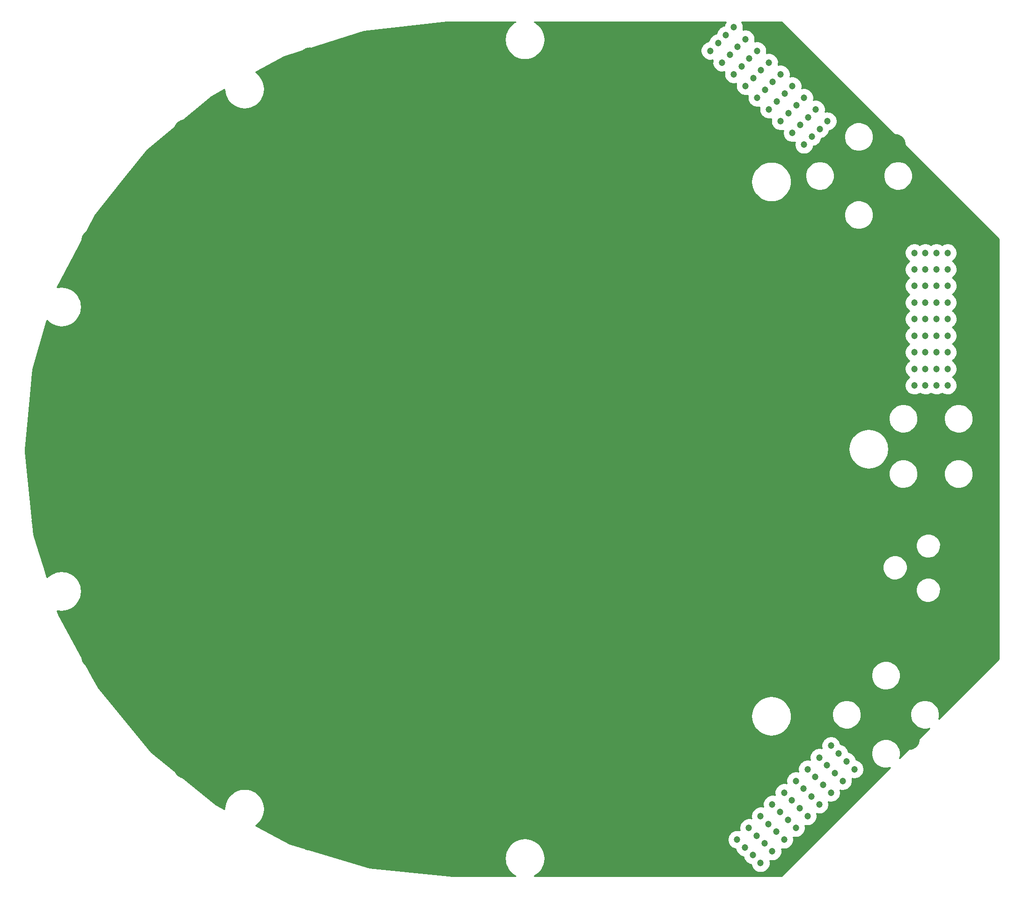
<source format=gbl>
G04 #@! TF.FileFunction,Copper,L2,Bot,Signal*
%FSLAX46Y46*%
G04 Gerber Fmt 4.6, Leading zero omitted, Abs format (unit mm)*
G04 Created by KiCad (PCBNEW 4.0.6) date Fri Oct 27 03:20:27 2017*
%MOMM*%
%LPD*%
G01*
G04 APERTURE LIST*
%ADD10C,0.100000*%
%ADD11C,1.200000*%
%ADD12C,4.000000*%
%ADD13C,0.254000*%
G04 APERTURE END LIST*
D10*
D11*
X201464466Y-170707107D03*
X202878680Y-172121321D03*
X204292893Y-173535534D03*
X205707107Y-174949748D03*
X203585786Y-168585787D03*
X205000000Y-170000000D03*
X206414213Y-171414214D03*
X207828427Y-172828427D03*
X205707107Y-166464466D03*
X207121320Y-167878680D03*
X208535534Y-169292893D03*
X209949747Y-170707107D03*
X207828427Y-164343146D03*
X209242641Y-165757360D03*
X210656854Y-167171573D03*
X212071068Y-168585787D03*
X209949747Y-162221826D03*
X211363961Y-163636039D03*
X212778174Y-165050253D03*
X214192388Y-166464466D03*
X212071068Y-160100505D03*
X213485281Y-161514719D03*
X214899495Y-162928932D03*
X216313708Y-164343146D03*
X214192388Y-157979185D03*
X215606602Y-159393399D03*
X217020815Y-160807612D03*
X218435029Y-162221826D03*
X216313708Y-155857865D03*
X217727922Y-157272078D03*
X219142136Y-158686292D03*
X220556349Y-160100505D03*
X218435029Y-153736544D03*
X219849242Y-155150758D03*
X221263456Y-156564971D03*
X222677669Y-157979185D03*
X239500000Y-64500000D03*
X237500000Y-64500000D03*
X235500000Y-64500000D03*
X233500000Y-64500000D03*
X239500000Y-67500000D03*
X237500000Y-67500000D03*
X235500000Y-67500000D03*
X233500000Y-67500000D03*
X239500000Y-70500000D03*
X237500000Y-70500000D03*
X235500000Y-70500000D03*
X233500000Y-70500000D03*
X239500000Y-73500000D03*
X237500000Y-73500000D03*
X235500000Y-73500000D03*
X233500000Y-73500000D03*
X239500000Y-76500000D03*
X237500000Y-76500000D03*
X235500000Y-76500000D03*
X233500000Y-76500000D03*
X239500000Y-79500000D03*
X237500000Y-79500000D03*
X235500000Y-79500000D03*
X233500000Y-79500000D03*
X239500000Y-82500000D03*
X237500000Y-82500000D03*
X235500000Y-82500000D03*
X233500000Y-82500000D03*
X239500000Y-85500000D03*
X237500000Y-85500000D03*
X235500000Y-85500000D03*
X233500000Y-85500000D03*
X239500000Y-88500000D03*
X237500000Y-88500000D03*
X235500000Y-88500000D03*
X233500000Y-88500000D03*
X200843146Y-23686292D03*
X199428932Y-25100506D03*
X198014719Y-26514719D03*
X196600505Y-27928933D03*
X202964466Y-25807612D03*
X201550253Y-27221826D03*
X200136039Y-28636039D03*
X198721826Y-30050253D03*
X205085787Y-27928933D03*
X203671573Y-29343146D03*
X202257360Y-30757360D03*
X200843146Y-32171573D03*
X207207107Y-30050253D03*
X205792893Y-31464467D03*
X204378680Y-32878680D03*
X202964466Y-34292894D03*
X209328427Y-32171573D03*
X207914214Y-33585787D03*
X206500000Y-35000000D03*
X205085787Y-36414214D03*
X211449748Y-34292894D03*
X210035534Y-35707107D03*
X208621321Y-37121321D03*
X207207107Y-38535534D03*
X213571068Y-36414214D03*
X212156854Y-37828428D03*
X210742641Y-39242641D03*
X209328427Y-40656855D03*
X215692388Y-38535534D03*
X214278175Y-39949748D03*
X212863961Y-41363962D03*
X211449748Y-42778175D03*
X217813709Y-40656855D03*
X216399495Y-42071068D03*
X214985282Y-43485282D03*
X213571068Y-44899495D03*
D12*
X150000000Y-24750000D03*
X175737000Y-29288100D03*
X215168000Y-62375000D03*
X224107000Y-113067000D03*
X215168000Y-137625000D03*
X175737000Y-170712000D03*
X150000000Y-175250000D03*
X124263000Y-170712000D03*
X101630000Y-157645000D03*
X84831600Y-137625000D03*
X75893200Y-113067000D03*
X75893200Y-86933000D03*
X84831600Y-62375000D03*
X101630000Y-42355200D03*
X124263000Y-29288100D03*
X207500000Y-25000000D03*
X197500000Y-175000000D03*
X245000000Y-137500000D03*
X245000000Y-62500000D03*
X245000000Y-100000000D03*
X232500000Y-152500000D03*
X230000000Y-45000000D03*
X245000000Y-80000000D03*
X190000000Y-25000000D03*
X185000000Y-175000000D03*
X245000000Y-117500000D03*
D13*
G36*
X161263339Y-22746993D02*
X161244170Y-22758058D01*
X160744170Y-23108058D01*
X160727156Y-23122339D01*
X160296156Y-23553739D01*
X160281978Y-23570641D01*
X159931978Y-24070341D01*
X159920913Y-24089497D01*
X159662913Y-24642397D01*
X159655332Y-24663211D01*
X159497332Y-25252511D01*
X159493480Y-25274367D01*
X159440480Y-25882167D01*
X159440480Y-25904233D01*
X159493480Y-26512033D01*
X159497332Y-26533889D01*
X159655332Y-27123189D01*
X159662913Y-27144003D01*
X159920913Y-27696903D01*
X159931971Y-27716049D01*
X160281971Y-28215849D01*
X160296156Y-28232761D01*
X160727156Y-28664161D01*
X160744184Y-28678452D01*
X161244184Y-29028352D01*
X161263339Y-29039407D01*
X161816339Y-29297207D01*
X161837115Y-29304769D01*
X162426115Y-29462669D01*
X162447930Y-29466517D01*
X163055930Y-29519717D01*
X163078070Y-29519717D01*
X163686070Y-29466517D01*
X163707885Y-29462669D01*
X164296885Y-29304769D01*
X164317661Y-29297207D01*
X164870661Y-29039407D01*
X164889816Y-29028352D01*
X165389816Y-28678452D01*
X165406844Y-28664161D01*
X165837844Y-28232761D01*
X165852029Y-28215849D01*
X166202029Y-27716049D01*
X166213087Y-27696903D01*
X166471087Y-27144003D01*
X166478668Y-27123189D01*
X166636668Y-26533889D01*
X166640520Y-26512033D01*
X166693520Y-25904233D01*
X166693520Y-25882167D01*
X166640520Y-25274367D01*
X166636668Y-25252511D01*
X166478668Y-24663211D01*
X166471087Y-24642397D01*
X166213087Y-24089497D01*
X166202022Y-24070341D01*
X165852022Y-23570641D01*
X165837844Y-23553739D01*
X165406844Y-23122339D01*
X165389830Y-23108058D01*
X164889830Y-22758058D01*
X164870661Y-22746993D01*
X164774148Y-22702000D01*
X199423970Y-22702000D01*
X199322442Y-22850278D01*
X199189021Y-23161573D01*
X199138846Y-23397626D01*
X198938969Y-23435755D01*
X198624948Y-23562627D01*
X198341551Y-23748077D01*
X198099572Y-23985041D01*
X197908228Y-24264492D01*
X197774807Y-24575787D01*
X197724632Y-24811839D01*
X197524756Y-24849968D01*
X197210735Y-24976840D01*
X196927338Y-25162290D01*
X196685359Y-25399254D01*
X196494015Y-25678705D01*
X196360594Y-25990000D01*
X196310419Y-26226053D01*
X196110542Y-26264182D01*
X195796521Y-26391054D01*
X195513124Y-26576504D01*
X195271145Y-26813468D01*
X195079801Y-27092919D01*
X194946380Y-27404214D01*
X194875964Y-27735495D01*
X194871235Y-28074144D01*
X194932374Y-28407262D01*
X195057051Y-28722161D01*
X195240518Y-29006846D01*
X195475786Y-29250473D01*
X195753895Y-29443764D01*
X196064251Y-29579355D01*
X196395032Y-29652082D01*
X196733640Y-29659174D01*
X197051197Y-29603181D01*
X196997285Y-29856815D01*
X196992556Y-30195464D01*
X197053695Y-30528582D01*
X197178372Y-30843481D01*
X197361839Y-31128166D01*
X197597107Y-31371793D01*
X197875216Y-31565084D01*
X198185572Y-31700675D01*
X198516353Y-31773402D01*
X198854961Y-31780494D01*
X199172517Y-31724501D01*
X199118605Y-31978135D01*
X199113876Y-32316784D01*
X199175015Y-32649902D01*
X199299692Y-32964801D01*
X199483159Y-33249486D01*
X199718427Y-33493113D01*
X199996536Y-33686404D01*
X200306892Y-33821995D01*
X200637673Y-33894722D01*
X200976281Y-33901814D01*
X201293837Y-33845821D01*
X201239925Y-34099456D01*
X201235196Y-34438105D01*
X201296335Y-34771223D01*
X201421012Y-35086122D01*
X201604479Y-35370807D01*
X201839747Y-35614434D01*
X202117856Y-35807725D01*
X202428212Y-35943316D01*
X202758993Y-36016043D01*
X203097601Y-36023135D01*
X203415158Y-35967142D01*
X203361246Y-36220776D01*
X203356517Y-36559425D01*
X203417656Y-36892543D01*
X203542333Y-37207442D01*
X203725800Y-37492127D01*
X203961068Y-37735754D01*
X204239177Y-37929045D01*
X204549533Y-38064636D01*
X204880314Y-38137363D01*
X205218922Y-38144455D01*
X205536478Y-38088462D01*
X205482566Y-38342096D01*
X205477837Y-38680745D01*
X205538976Y-39013863D01*
X205663653Y-39328762D01*
X205847120Y-39613447D01*
X206082388Y-39857074D01*
X206360497Y-40050365D01*
X206670853Y-40185956D01*
X207001634Y-40258683D01*
X207340242Y-40265775D01*
X207657798Y-40209782D01*
X207603886Y-40463417D01*
X207599157Y-40802066D01*
X207660296Y-41135184D01*
X207784973Y-41450083D01*
X207968440Y-41734768D01*
X208203708Y-41978395D01*
X208481817Y-42171686D01*
X208792173Y-42307277D01*
X209122954Y-42380004D01*
X209461562Y-42387096D01*
X209779119Y-42331103D01*
X209725207Y-42584737D01*
X209720478Y-42923386D01*
X209781617Y-43256504D01*
X209906294Y-43571403D01*
X210089761Y-43856088D01*
X210325029Y-44099715D01*
X210603138Y-44293006D01*
X210913494Y-44428597D01*
X211244275Y-44501324D01*
X211582883Y-44508416D01*
X211900439Y-44452423D01*
X211846527Y-44706057D01*
X211841798Y-45044706D01*
X211902937Y-45377824D01*
X212027614Y-45692723D01*
X212211081Y-45977408D01*
X212446349Y-46221035D01*
X212724458Y-46414326D01*
X213034814Y-46549917D01*
X213365595Y-46622644D01*
X213704203Y-46629736D01*
X214037740Y-46570925D01*
X214353501Y-46448449D01*
X214639460Y-46266974D01*
X214884724Y-46033412D01*
X215079951Y-45756660D01*
X215217706Y-45447258D01*
X215276695Y-45187615D01*
X215451954Y-45156712D01*
X215767715Y-45034236D01*
X216053674Y-44852761D01*
X216298938Y-44619199D01*
X216494165Y-44342447D01*
X216631920Y-44033045D01*
X216690910Y-43773400D01*
X216866167Y-43742498D01*
X216959833Y-43706167D01*
X220840110Y-43706167D01*
X220933110Y-44212885D01*
X221122761Y-44691888D01*
X221401839Y-45124933D01*
X221759714Y-45495523D01*
X222182754Y-45789544D01*
X222654847Y-45995796D01*
X223158011Y-46106424D01*
X223673079Y-46117213D01*
X224180434Y-46027753D01*
X224660749Y-45841451D01*
X225095731Y-45565403D01*
X225468811Y-45210124D01*
X225765778Y-44789146D01*
X225975321Y-44318504D01*
X226089459Y-43816126D01*
X226097676Y-43227691D01*
X225997610Y-42722322D01*
X225801289Y-42246013D01*
X225516192Y-41816907D01*
X225153178Y-41451350D01*
X224726073Y-41163264D01*
X224251147Y-40963623D01*
X223746488Y-40860032D01*
X223231319Y-40856435D01*
X222725263Y-40952970D01*
X222247595Y-41145961D01*
X221816510Y-41428055D01*
X221448427Y-41788508D01*
X221157367Y-42213592D01*
X220954415Y-42687113D01*
X220847303Y-43191036D01*
X220840110Y-43706167D01*
X216959833Y-43706167D01*
X217181928Y-43620022D01*
X217467887Y-43438547D01*
X217713151Y-43204985D01*
X217908378Y-42928233D01*
X218046133Y-42618831D01*
X218105122Y-42359188D01*
X218280381Y-42328285D01*
X218596142Y-42205809D01*
X218882101Y-42024334D01*
X219127365Y-41790772D01*
X219322592Y-41514020D01*
X219460347Y-41204618D01*
X219535381Y-40874353D01*
X219540783Y-40487514D01*
X219474999Y-40155282D01*
X219345937Y-39842155D01*
X219158514Y-39560059D01*
X218919867Y-39319740D01*
X218639086Y-39130352D01*
X218326868Y-38999107D01*
X217995103Y-38931005D01*
X217656429Y-38928641D01*
X217361375Y-38984926D01*
X217414060Y-38753032D01*
X217419462Y-38366193D01*
X217353678Y-38033961D01*
X217224616Y-37720834D01*
X217037193Y-37438738D01*
X216798546Y-37198419D01*
X216517765Y-37009031D01*
X216205547Y-36877786D01*
X215873782Y-36809684D01*
X215535108Y-36807320D01*
X215240056Y-36863605D01*
X215292740Y-36631712D01*
X215298142Y-36244873D01*
X215232358Y-35912641D01*
X215103296Y-35599514D01*
X214915873Y-35317418D01*
X214677226Y-35077099D01*
X214396445Y-34887711D01*
X214084227Y-34756466D01*
X213752462Y-34688364D01*
X213413788Y-34686000D01*
X213118736Y-34742285D01*
X213171420Y-34510392D01*
X213176822Y-34123553D01*
X213111038Y-33791321D01*
X212981976Y-33478194D01*
X212794553Y-33196098D01*
X212555906Y-32955779D01*
X212275125Y-32766391D01*
X211962907Y-32635146D01*
X211631142Y-32567044D01*
X211292468Y-32564680D01*
X210997414Y-32620965D01*
X211050099Y-32389071D01*
X211055501Y-32002232D01*
X210989717Y-31670000D01*
X210860655Y-31356873D01*
X210673232Y-31074777D01*
X210434585Y-30834458D01*
X210153804Y-30645070D01*
X209841586Y-30513825D01*
X209509821Y-30445723D01*
X209171147Y-30443359D01*
X208876095Y-30499644D01*
X208928779Y-30267751D01*
X208934181Y-29880912D01*
X208868397Y-29548680D01*
X208739335Y-29235553D01*
X208551912Y-28953457D01*
X208313265Y-28713138D01*
X208032484Y-28523750D01*
X207720266Y-28392505D01*
X207388501Y-28324403D01*
X207049827Y-28322039D01*
X206754775Y-28378324D01*
X206807459Y-28146431D01*
X206812861Y-27759592D01*
X206747077Y-27427360D01*
X206618015Y-27114233D01*
X206430592Y-26832137D01*
X206191945Y-26591818D01*
X205911164Y-26402430D01*
X205598946Y-26271185D01*
X205267181Y-26203083D01*
X204928507Y-26200719D01*
X204633453Y-26257004D01*
X204686138Y-26025110D01*
X204691540Y-25638271D01*
X204625756Y-25306039D01*
X204496694Y-24992912D01*
X204309271Y-24710816D01*
X204070624Y-24470497D01*
X203789843Y-24281109D01*
X203477625Y-24149864D01*
X203145860Y-24081762D01*
X202807186Y-24079398D01*
X202512134Y-24135683D01*
X202564818Y-23903790D01*
X202570220Y-23516951D01*
X202504436Y-23184719D01*
X202375374Y-22871592D01*
X202262698Y-22702000D01*
X209502116Y-22702000D01*
X248798000Y-61997885D01*
X248798000Y-138002115D01*
X237917154Y-148882962D01*
X238024487Y-148410534D01*
X238032704Y-147822099D01*
X237932638Y-147316730D01*
X237736317Y-146840421D01*
X237451220Y-146411315D01*
X237088206Y-146045758D01*
X236661101Y-145757672D01*
X236186175Y-145558031D01*
X235681516Y-145454440D01*
X235166347Y-145450843D01*
X234660291Y-145547378D01*
X234182623Y-145740369D01*
X233751538Y-146022463D01*
X233383455Y-146382916D01*
X233092395Y-146808000D01*
X232889443Y-147281521D01*
X232782331Y-147785444D01*
X232775138Y-148300575D01*
X232868138Y-148807293D01*
X233057789Y-149286296D01*
X233336867Y-149719341D01*
X233694742Y-150089931D01*
X234117782Y-150383952D01*
X234589875Y-150590204D01*
X235093039Y-150700832D01*
X235608107Y-150711621D01*
X236115462Y-150622161D01*
X236217553Y-150582563D01*
X230846087Y-155954029D01*
X230953420Y-155481602D01*
X230961637Y-154893167D01*
X230861571Y-154387798D01*
X230665250Y-153911489D01*
X230380153Y-153482383D01*
X230017139Y-153116826D01*
X229590034Y-152828740D01*
X229115108Y-152629099D01*
X228610449Y-152525508D01*
X228095280Y-152521911D01*
X227589224Y-152618446D01*
X227111556Y-152811437D01*
X226680471Y-153093531D01*
X226312388Y-153453984D01*
X226021328Y-153879068D01*
X225818376Y-154352589D01*
X225711264Y-154856512D01*
X225704071Y-155371643D01*
X225797071Y-155878361D01*
X225986722Y-156357364D01*
X226265800Y-156790409D01*
X226623675Y-157160999D01*
X227046715Y-157455020D01*
X227518808Y-157661272D01*
X228021972Y-157771900D01*
X228537040Y-157782689D01*
X229044395Y-157693229D01*
X229146484Y-157653631D01*
X209502116Y-177298000D01*
X164774437Y-177298000D01*
X164870695Y-177253091D01*
X164889830Y-177242042D01*
X165389830Y-176892042D01*
X165406803Y-176877803D01*
X165837803Y-176446803D01*
X165852042Y-176429830D01*
X166202042Y-175929830D01*
X166213091Y-175910695D01*
X166471091Y-175357695D01*
X166478663Y-175336905D01*
X166636663Y-174747905D01*
X166640520Y-174726029D01*
X166693520Y-174118029D01*
X166693520Y-174095971D01*
X166640520Y-173487971D01*
X166636663Y-173466095D01*
X166478663Y-172877095D01*
X166471091Y-172856305D01*
X166213091Y-172303305D01*
X166202042Y-172284170D01*
X165852042Y-171784170D01*
X165837803Y-171767197D01*
X165406803Y-171336197D01*
X165389830Y-171321958D01*
X164889830Y-170971958D01*
X164870695Y-170960909D01*
X164637940Y-170852318D01*
X199735196Y-170852318D01*
X199796335Y-171185436D01*
X199921012Y-171500335D01*
X200104479Y-171785020D01*
X200339747Y-172028647D01*
X200617856Y-172221938D01*
X200928212Y-172357529D01*
X201176115Y-172412034D01*
X201210549Y-172599650D01*
X201335226Y-172914549D01*
X201518693Y-173199234D01*
X201753961Y-173442861D01*
X202032070Y-173636152D01*
X202342426Y-173771743D01*
X202590328Y-173826248D01*
X202624762Y-174013863D01*
X202749439Y-174328762D01*
X202932906Y-174613447D01*
X203168174Y-174857074D01*
X203446283Y-175050365D01*
X203756639Y-175185956D01*
X204004542Y-175240461D01*
X204038976Y-175428077D01*
X204163653Y-175742976D01*
X204347120Y-176027661D01*
X204582388Y-176271288D01*
X204860497Y-176464579D01*
X205170853Y-176600170D01*
X205501634Y-176672897D01*
X205840242Y-176679989D01*
X206173779Y-176621178D01*
X206489540Y-176498702D01*
X206775499Y-176317227D01*
X207020763Y-176083665D01*
X207215990Y-175806913D01*
X207353745Y-175497511D01*
X207428779Y-175167246D01*
X207434181Y-174780407D01*
X207378217Y-174497767D01*
X207622954Y-174551576D01*
X207961562Y-174558668D01*
X208295099Y-174499857D01*
X208610860Y-174377381D01*
X208896819Y-174195906D01*
X209142083Y-173962344D01*
X209337310Y-173685592D01*
X209475065Y-173376190D01*
X209550099Y-173045925D01*
X209555501Y-172659086D01*
X209499537Y-172376447D01*
X209744274Y-172430256D01*
X210082882Y-172437348D01*
X210416419Y-172378537D01*
X210732180Y-172256061D01*
X211018139Y-172074586D01*
X211263403Y-171841024D01*
X211458630Y-171564272D01*
X211596385Y-171254870D01*
X211671419Y-170924605D01*
X211676821Y-170537766D01*
X211620857Y-170255127D01*
X211865595Y-170308936D01*
X212204203Y-170316028D01*
X212537740Y-170257217D01*
X212853501Y-170134741D01*
X213139460Y-169953266D01*
X213384724Y-169719704D01*
X213579951Y-169442952D01*
X213717706Y-169133550D01*
X213792740Y-168803285D01*
X213798142Y-168416446D01*
X213742178Y-168133806D01*
X213986915Y-168187615D01*
X214325523Y-168194707D01*
X214659060Y-168135896D01*
X214974821Y-168013420D01*
X215260780Y-167831945D01*
X215506044Y-167598383D01*
X215701271Y-167321631D01*
X215839026Y-167012229D01*
X215914060Y-166681964D01*
X215919462Y-166295125D01*
X215863498Y-166012486D01*
X216108235Y-166066295D01*
X216446843Y-166073387D01*
X216780380Y-166014576D01*
X217096141Y-165892100D01*
X217382100Y-165710625D01*
X217627364Y-165477063D01*
X217822591Y-165200311D01*
X217960346Y-164890909D01*
X218035380Y-164560644D01*
X218040782Y-164173805D01*
X217984818Y-163891166D01*
X218229556Y-163944975D01*
X218568164Y-163952067D01*
X218901701Y-163893256D01*
X219217462Y-163770780D01*
X219503421Y-163589305D01*
X219748685Y-163355743D01*
X219943912Y-163078991D01*
X220081667Y-162769589D01*
X220156701Y-162439324D01*
X220162103Y-162052485D01*
X220106139Y-161769845D01*
X220350876Y-161823654D01*
X220689484Y-161830746D01*
X221023021Y-161771935D01*
X221338782Y-161649459D01*
X221624741Y-161467984D01*
X221870005Y-161234422D01*
X222065232Y-160957670D01*
X222202987Y-160648268D01*
X222278021Y-160318003D01*
X222283423Y-159931164D01*
X222227459Y-159648525D01*
X222472196Y-159702334D01*
X222810804Y-159709426D01*
X223144341Y-159650615D01*
X223460102Y-159528139D01*
X223746061Y-159346664D01*
X223991325Y-159113102D01*
X224186552Y-158836350D01*
X224324307Y-158526948D01*
X224399341Y-158196683D01*
X224404743Y-157809844D01*
X224338959Y-157477612D01*
X224209897Y-157164485D01*
X224022474Y-156882389D01*
X223783827Y-156642070D01*
X223503046Y-156452682D01*
X223190828Y-156321437D01*
X222966731Y-156275436D01*
X222924746Y-156063398D01*
X222795684Y-155750271D01*
X222608261Y-155468175D01*
X222369614Y-155227856D01*
X222088833Y-155038468D01*
X221776615Y-154907223D01*
X221552517Y-154861222D01*
X221510532Y-154649185D01*
X221381470Y-154336058D01*
X221194047Y-154053962D01*
X220955400Y-153813643D01*
X220674619Y-153624255D01*
X220362401Y-153493010D01*
X220138304Y-153447009D01*
X220096319Y-153234971D01*
X219967257Y-152921844D01*
X219779834Y-152639748D01*
X219541187Y-152399429D01*
X219260406Y-152210041D01*
X218948188Y-152078796D01*
X218616423Y-152010694D01*
X218277749Y-152008330D01*
X217945066Y-152071793D01*
X217631045Y-152198665D01*
X217347648Y-152384115D01*
X217105669Y-152621079D01*
X216914325Y-152900530D01*
X216780904Y-153211825D01*
X216710488Y-153543106D01*
X216705759Y-153881755D01*
X216761736Y-154186747D01*
X216495102Y-154132015D01*
X216156428Y-154129651D01*
X215823745Y-154193114D01*
X215509724Y-154319986D01*
X215226327Y-154505436D01*
X214984348Y-154742400D01*
X214793004Y-155021851D01*
X214659583Y-155333146D01*
X214589167Y-155664427D01*
X214584438Y-156003076D01*
X214640415Y-156308067D01*
X214373782Y-156253335D01*
X214035108Y-156250971D01*
X213702425Y-156314434D01*
X213388404Y-156441306D01*
X213105007Y-156626756D01*
X212863028Y-156863720D01*
X212671684Y-157143171D01*
X212538263Y-157454466D01*
X212467847Y-157785747D01*
X212463118Y-158124396D01*
X212519095Y-158429387D01*
X212252462Y-158374655D01*
X211913788Y-158372291D01*
X211581105Y-158435754D01*
X211267084Y-158562626D01*
X210983687Y-158748076D01*
X210741708Y-158985040D01*
X210550364Y-159264491D01*
X210416943Y-159575786D01*
X210346527Y-159907067D01*
X210341798Y-160245716D01*
X210397775Y-160550708D01*
X210131141Y-160495976D01*
X209792467Y-160493612D01*
X209459784Y-160557075D01*
X209145763Y-160683947D01*
X208862366Y-160869397D01*
X208620387Y-161106361D01*
X208429043Y-161385812D01*
X208295622Y-161697107D01*
X208225206Y-162028388D01*
X208220477Y-162367037D01*
X208276454Y-162672028D01*
X208009821Y-162617296D01*
X207671147Y-162614932D01*
X207338464Y-162678395D01*
X207024443Y-162805267D01*
X206741046Y-162990717D01*
X206499067Y-163227681D01*
X206307723Y-163507132D01*
X206174302Y-163818427D01*
X206103886Y-164149708D01*
X206099157Y-164488357D01*
X206155134Y-164793348D01*
X205888501Y-164738616D01*
X205549827Y-164736252D01*
X205217144Y-164799715D01*
X204903123Y-164926587D01*
X204619726Y-165112037D01*
X204377747Y-165349001D01*
X204186403Y-165628452D01*
X204052982Y-165939747D01*
X203982566Y-166271028D01*
X203977837Y-166609677D01*
X204033814Y-166914669D01*
X203767180Y-166859937D01*
X203428506Y-166857573D01*
X203095823Y-166921036D01*
X202781802Y-167047908D01*
X202498405Y-167233358D01*
X202256426Y-167470322D01*
X202065082Y-167749773D01*
X201931661Y-168061068D01*
X201861245Y-168392349D01*
X201856516Y-168730998D01*
X201912493Y-169035989D01*
X201645860Y-168981257D01*
X201307186Y-168978893D01*
X200974503Y-169042356D01*
X200660482Y-169169228D01*
X200377085Y-169354678D01*
X200135106Y-169591642D01*
X199943762Y-169871093D01*
X199810341Y-170182388D01*
X199739925Y-170513669D01*
X199735196Y-170852318D01*
X164637940Y-170852318D01*
X164317695Y-170702909D01*
X164296905Y-170695337D01*
X163707905Y-170537337D01*
X163686029Y-170533480D01*
X163078029Y-170480480D01*
X163055971Y-170480480D01*
X162447971Y-170533480D01*
X162426095Y-170537337D01*
X161837095Y-170695337D01*
X161816305Y-170702909D01*
X161263305Y-170960909D01*
X161244170Y-170971958D01*
X160744170Y-171321958D01*
X160727197Y-171336197D01*
X160296197Y-171767197D01*
X160281958Y-171784170D01*
X159931958Y-172284170D01*
X159920909Y-172303305D01*
X159662909Y-172856305D01*
X159655337Y-172877095D01*
X159497337Y-173466095D01*
X159493480Y-173487971D01*
X159440480Y-174095971D01*
X159440480Y-174118029D01*
X159493480Y-174726029D01*
X159497337Y-174747905D01*
X159655337Y-175336905D01*
X159662909Y-175357695D01*
X159920909Y-175910695D01*
X159931958Y-175929830D01*
X160281958Y-176429830D01*
X160296197Y-176446803D01*
X160727197Y-176877803D01*
X160744170Y-176892042D01*
X161244170Y-177242042D01*
X161263305Y-177253091D01*
X161359563Y-177298000D01*
X150058785Y-177298000D01*
X134987193Y-175820218D01*
X120546219Y-171460231D01*
X114375883Y-168179405D01*
X114697830Y-167954042D01*
X114714907Y-167939698D01*
X115145907Y-167507698D01*
X115160042Y-167490830D01*
X115510042Y-166990830D01*
X115521091Y-166971695D01*
X115779091Y-166418695D01*
X115786663Y-166397905D01*
X115944663Y-165808905D01*
X115948520Y-165787029D01*
X116001520Y-165179029D01*
X116001519Y-165156953D01*
X115948519Y-164549953D01*
X115944677Y-164528147D01*
X115786677Y-163938147D01*
X115779091Y-163917305D01*
X115521091Y-163364305D01*
X115509974Y-163345072D01*
X115159974Y-162846072D01*
X115145907Y-162829302D01*
X114714907Y-162397302D01*
X114697830Y-162382958D01*
X114197830Y-162032958D01*
X114178695Y-162021909D01*
X113625695Y-161763909D01*
X113604710Y-161756285D01*
X113015710Y-161599285D01*
X112994235Y-161595498D01*
X112386235Y-161541498D01*
X112363765Y-161541498D01*
X111755765Y-161595498D01*
X111734290Y-161599285D01*
X111145290Y-161756285D01*
X111124305Y-161763909D01*
X110571305Y-162021909D01*
X110552170Y-162032958D01*
X110052170Y-162382958D01*
X110035093Y-162397302D01*
X109604093Y-162829302D01*
X109590026Y-162846072D01*
X109240026Y-163345072D01*
X109228909Y-163364305D01*
X108970909Y-163917305D01*
X108963323Y-163938147D01*
X108805323Y-164528147D01*
X108801481Y-164549953D01*
X108748481Y-165156953D01*
X108748480Y-165179029D01*
X108749232Y-165187661D01*
X107227128Y-164378343D01*
X95537249Y-154844311D01*
X90172110Y-148358971D01*
X204018480Y-148358971D01*
X204018480Y-148381029D01*
X204071480Y-148989029D01*
X204075337Y-149010905D01*
X204233337Y-149599905D01*
X204240909Y-149620695D01*
X204498909Y-150173695D01*
X204509958Y-150192830D01*
X204859958Y-150692830D01*
X204874197Y-150709803D01*
X205305197Y-151140803D01*
X205322170Y-151155042D01*
X205822170Y-151505042D01*
X205841305Y-151516091D01*
X206394305Y-151774091D01*
X206415095Y-151781663D01*
X207004095Y-151939663D01*
X207025971Y-151943520D01*
X207633971Y-151996520D01*
X207656029Y-151996520D01*
X208264029Y-151943520D01*
X208285905Y-151939663D01*
X208874905Y-151781663D01*
X208895695Y-151774091D01*
X209448695Y-151516091D01*
X209467830Y-151505042D01*
X209967830Y-151155042D01*
X209984803Y-151140803D01*
X210415803Y-150709803D01*
X210430042Y-150692830D01*
X210780042Y-150192830D01*
X210791091Y-150173695D01*
X211049091Y-149620695D01*
X211056663Y-149599905D01*
X211214663Y-149010905D01*
X211218520Y-148989029D01*
X211271520Y-148381029D01*
X211271520Y-148358971D01*
X211266430Y-148300575D01*
X218633003Y-148300575D01*
X218726003Y-148807293D01*
X218915654Y-149286296D01*
X219194732Y-149719341D01*
X219552607Y-150089931D01*
X219975647Y-150383952D01*
X220447740Y-150590204D01*
X220950904Y-150700832D01*
X221465972Y-150711621D01*
X221973327Y-150622161D01*
X222453642Y-150435859D01*
X222888624Y-150159811D01*
X223261704Y-149804532D01*
X223558671Y-149383554D01*
X223768214Y-148912912D01*
X223882352Y-148410534D01*
X223890569Y-147822099D01*
X223790503Y-147316730D01*
X223594182Y-146840421D01*
X223309085Y-146411315D01*
X222946071Y-146045758D01*
X222518966Y-145757672D01*
X222044040Y-145558031D01*
X221539381Y-145454440D01*
X221024212Y-145450843D01*
X220518156Y-145547378D01*
X220040488Y-145740369D01*
X219609403Y-146022463D01*
X219241320Y-146382916D01*
X218950260Y-146808000D01*
X218747308Y-147281521D01*
X218640196Y-147785444D01*
X218633003Y-148300575D01*
X211266430Y-148300575D01*
X211218520Y-147750971D01*
X211214663Y-147729095D01*
X211056663Y-147140095D01*
X211049091Y-147119305D01*
X210791091Y-146566305D01*
X210780042Y-146547170D01*
X210430042Y-146047170D01*
X210415803Y-146030197D01*
X209984803Y-145599197D01*
X209967830Y-145584958D01*
X209467830Y-145234958D01*
X209448695Y-145223909D01*
X208895695Y-144965909D01*
X208874905Y-144958337D01*
X208285905Y-144800337D01*
X208264029Y-144796480D01*
X207656029Y-144743480D01*
X207633971Y-144743480D01*
X207025971Y-144796480D01*
X207004095Y-144800337D01*
X206415095Y-144958337D01*
X206394305Y-144965909D01*
X205841305Y-145223909D01*
X205822170Y-145234958D01*
X205322170Y-145584958D01*
X205305197Y-145599197D01*
X204874197Y-146030197D01*
X204859958Y-146047170D01*
X204509958Y-146547170D01*
X204498909Y-146566305D01*
X204240909Y-147119305D01*
X204233337Y-147140095D01*
X204075337Y-147729095D01*
X204071480Y-147750971D01*
X204018480Y-148358971D01*
X90172110Y-148358971D01*
X85921833Y-143221269D01*
X84844892Y-141229507D01*
X225704071Y-141229507D01*
X225797071Y-141736225D01*
X225986722Y-142215228D01*
X226265800Y-142648273D01*
X226623675Y-143018863D01*
X227046715Y-143312884D01*
X227518808Y-143519136D01*
X228021972Y-143629764D01*
X228537040Y-143640553D01*
X229044395Y-143551093D01*
X229524710Y-143364791D01*
X229959692Y-143088743D01*
X230332772Y-142733464D01*
X230629739Y-142312486D01*
X230839282Y-141841844D01*
X230953420Y-141339466D01*
X230961637Y-140751031D01*
X230861571Y-140245662D01*
X230665250Y-139769353D01*
X230380153Y-139340247D01*
X230017139Y-138974690D01*
X229590034Y-138686604D01*
X229115108Y-138486963D01*
X228610449Y-138383372D01*
X228095280Y-138379775D01*
X227589224Y-138476310D01*
X227111556Y-138669301D01*
X226680471Y-138951395D01*
X226312388Y-139311848D01*
X226021328Y-139736932D01*
X225818376Y-140210453D01*
X225711264Y-140714376D01*
X225704071Y-141229507D01*
X84844892Y-141229507D01*
X78747137Y-129951947D01*
X78538328Y-129277394D01*
X78647511Y-129306668D01*
X78669366Y-129310520D01*
X79277066Y-129363520D01*
X79299133Y-129363520D01*
X79906933Y-129310520D01*
X79928789Y-129306668D01*
X80518089Y-129148668D01*
X80538903Y-129141087D01*
X81091803Y-128883087D01*
X81110949Y-128872029D01*
X81610749Y-128522029D01*
X81627661Y-128507844D01*
X82059061Y-128076844D01*
X82073352Y-128059816D01*
X82423252Y-127559816D01*
X82434299Y-127540678D01*
X82692199Y-126987678D01*
X82699769Y-126966885D01*
X82857669Y-126377885D01*
X82861518Y-126356050D01*
X82914618Y-125748050D01*
X82914618Y-125727252D01*
X233770072Y-125727252D01*
X233848912Y-126156815D01*
X234009685Y-126562883D01*
X234246270Y-126929990D01*
X234549653Y-127244152D01*
X234908279Y-127493404D01*
X235308489Y-127668251D01*
X235735038Y-127762034D01*
X236171680Y-127771181D01*
X236601782Y-127695342D01*
X237008963Y-127537407D01*
X237377712Y-127303392D01*
X237693985Y-127002209D01*
X237945735Y-126645331D01*
X238123372Y-126246352D01*
X238220130Y-125820468D01*
X238227096Y-125321631D01*
X238142267Y-124893212D01*
X237975839Y-124489428D01*
X237734152Y-124125660D01*
X237426412Y-123815764D01*
X237064340Y-123571544D01*
X236661728Y-123402301D01*
X236233911Y-123314483D01*
X235797185Y-123311434D01*
X235368183Y-123393270D01*
X234963247Y-123556875D01*
X234597801Y-123796016D01*
X234285764Y-124101585D01*
X234039022Y-124461943D01*
X233866973Y-124863364D01*
X233776170Y-125290557D01*
X233770072Y-125727252D01*
X82914618Y-125727252D01*
X82914618Y-125725950D01*
X82861518Y-125117950D01*
X82857669Y-125096115D01*
X82699769Y-124507115D01*
X82692199Y-124486322D01*
X82434299Y-123933322D01*
X82423252Y-123914184D01*
X82073352Y-123414184D01*
X82059061Y-123397156D01*
X81627661Y-122966156D01*
X81610749Y-122951971D01*
X81110949Y-122601971D01*
X81091803Y-122590913D01*
X80538903Y-122332913D01*
X80518089Y-122325332D01*
X79928789Y-122167332D01*
X79906933Y-122163480D01*
X79299133Y-122110480D01*
X79277066Y-122110480D01*
X78669366Y-122163480D01*
X78647511Y-122167332D01*
X78058211Y-122325332D01*
X78037405Y-122332909D01*
X77484405Y-122590909D01*
X77465241Y-122601978D01*
X76965541Y-122951978D01*
X76948639Y-122966156D01*
X76670646Y-123243891D01*
X76179500Y-121657252D01*
X227770072Y-121657252D01*
X227848912Y-122086815D01*
X228009685Y-122492883D01*
X228246270Y-122859990D01*
X228549653Y-123174152D01*
X228908279Y-123423404D01*
X229308489Y-123598251D01*
X229735038Y-123692034D01*
X230171680Y-123701181D01*
X230601782Y-123625342D01*
X231008963Y-123467407D01*
X231377712Y-123233392D01*
X231693985Y-122932209D01*
X231945735Y-122575331D01*
X232123372Y-122176352D01*
X232220130Y-121750468D01*
X232227096Y-121251631D01*
X232142267Y-120823212D01*
X231975839Y-120419428D01*
X231734152Y-120055660D01*
X231426412Y-119745764D01*
X231064340Y-119501544D01*
X230661728Y-119332301D01*
X230233911Y-119244483D01*
X229797185Y-119241434D01*
X229368183Y-119323270D01*
X228963247Y-119486875D01*
X228597801Y-119726016D01*
X228285764Y-120031585D01*
X228039022Y-120391943D01*
X227866973Y-120793364D01*
X227776170Y-121220557D01*
X227770072Y-121657252D01*
X76179500Y-121657252D01*
X74962962Y-117727252D01*
X233770072Y-117727252D01*
X233848912Y-118156815D01*
X234009685Y-118562883D01*
X234246270Y-118929990D01*
X234549653Y-119244152D01*
X234908279Y-119493404D01*
X235308489Y-119668251D01*
X235735038Y-119762034D01*
X236171680Y-119771181D01*
X236601782Y-119695342D01*
X237008963Y-119537407D01*
X237377712Y-119303392D01*
X237693985Y-119002209D01*
X237945735Y-118645331D01*
X238123372Y-118246352D01*
X238220130Y-117820468D01*
X238227096Y-117321631D01*
X238142267Y-116893212D01*
X237975839Y-116489428D01*
X237734152Y-116125660D01*
X237426412Y-115815764D01*
X237064340Y-115571544D01*
X236661728Y-115402301D01*
X236233911Y-115314483D01*
X235797185Y-115311434D01*
X235368183Y-115393270D01*
X234963247Y-115556875D01*
X234597801Y-115796016D01*
X234285764Y-116101585D01*
X234039022Y-116461943D01*
X233866973Y-116863364D01*
X233776170Y-117290557D01*
X233770072Y-117727252D01*
X74962962Y-117727252D01*
X74286438Y-115541759D01*
X73149119Y-104720885D01*
X228869547Y-104720885D01*
X228962547Y-105227603D01*
X229152198Y-105706606D01*
X229431276Y-106139651D01*
X229789151Y-106510241D01*
X230212191Y-106804262D01*
X230684284Y-107010514D01*
X231187448Y-107121142D01*
X231702516Y-107131931D01*
X232209871Y-107042471D01*
X232690186Y-106856169D01*
X233125168Y-106580121D01*
X233498248Y-106224842D01*
X233795215Y-105803864D01*
X234004758Y-105333222D01*
X234118896Y-104830844D01*
X234120431Y-104720885D01*
X238869547Y-104720885D01*
X238962547Y-105227603D01*
X239152198Y-105706606D01*
X239431276Y-106139651D01*
X239789151Y-106510241D01*
X240212191Y-106804262D01*
X240684284Y-107010514D01*
X241187448Y-107121142D01*
X241702516Y-107131931D01*
X242209871Y-107042471D01*
X242690186Y-106856169D01*
X243125168Y-106580121D01*
X243498248Y-106224842D01*
X243795215Y-105803864D01*
X244004758Y-105333222D01*
X244118896Y-104830844D01*
X244127113Y-104242409D01*
X244027047Y-103737040D01*
X243830726Y-103260731D01*
X243545629Y-102831625D01*
X243182615Y-102466068D01*
X242755510Y-102177982D01*
X242280584Y-101978341D01*
X241775925Y-101874750D01*
X241260756Y-101871153D01*
X240754700Y-101967688D01*
X240277032Y-102160679D01*
X239845947Y-102442773D01*
X239477864Y-102803226D01*
X239186804Y-103228310D01*
X238983852Y-103701831D01*
X238876740Y-104205754D01*
X238869547Y-104720885D01*
X234120431Y-104720885D01*
X234127113Y-104242409D01*
X234027047Y-103737040D01*
X233830726Y-103260731D01*
X233545629Y-102831625D01*
X233182615Y-102466068D01*
X232755510Y-102177982D01*
X232280584Y-101978341D01*
X231775925Y-101874750D01*
X231260756Y-101871153D01*
X230754700Y-101967688D01*
X230277032Y-102160679D01*
X229845947Y-102442773D01*
X229477864Y-102803226D01*
X229186804Y-103228310D01*
X228983852Y-103701831D01*
X228876740Y-104205754D01*
X228869547Y-104720885D01*
X73149119Y-104720885D01*
X72709648Y-100539599D01*
X72759759Y-99988967D01*
X221623480Y-99988967D01*
X221623480Y-100011029D01*
X221676480Y-100619029D01*
X221680337Y-100640905D01*
X221838337Y-101229905D01*
X221845909Y-101250695D01*
X222103909Y-101803695D01*
X222114958Y-101822830D01*
X222464958Y-102322830D01*
X222479197Y-102339803D01*
X222910197Y-102770803D01*
X222927170Y-102785042D01*
X223427170Y-103135042D01*
X223446305Y-103146091D01*
X223999305Y-103404091D01*
X224020095Y-103411663D01*
X224609095Y-103569663D01*
X224630971Y-103573520D01*
X225238971Y-103626520D01*
X225261029Y-103626520D01*
X225869029Y-103573520D01*
X225890905Y-103569663D01*
X226479905Y-103411663D01*
X226500695Y-103404091D01*
X227053695Y-103146091D01*
X227072830Y-103135042D01*
X227572830Y-102785042D01*
X227589803Y-102770803D01*
X228020803Y-102339803D01*
X228035042Y-102322830D01*
X228385042Y-101822830D01*
X228396091Y-101803695D01*
X228654091Y-101250695D01*
X228661663Y-101229905D01*
X228819663Y-100640905D01*
X228823520Y-100619029D01*
X228876520Y-100011029D01*
X228876520Y-99988967D01*
X228823520Y-99381167D01*
X228819668Y-99359311D01*
X228661668Y-98770011D01*
X228654087Y-98749197D01*
X228396087Y-98196297D01*
X228385029Y-98177151D01*
X228035029Y-97677351D01*
X228020844Y-97660439D01*
X227589844Y-97229039D01*
X227572816Y-97214748D01*
X227072816Y-96864848D01*
X227053661Y-96853793D01*
X226500661Y-96595993D01*
X226479885Y-96588431D01*
X225890885Y-96430531D01*
X225869070Y-96426683D01*
X225261070Y-96373483D01*
X225238930Y-96373483D01*
X224630930Y-96426683D01*
X224609115Y-96430531D01*
X224020115Y-96588431D01*
X223999339Y-96595993D01*
X223446339Y-96853793D01*
X223427184Y-96864848D01*
X222927184Y-97214748D01*
X222910156Y-97229039D01*
X222479156Y-97660439D01*
X222464971Y-97677351D01*
X222114971Y-98177151D01*
X222103913Y-98196297D01*
X221845913Y-98749197D01*
X221838332Y-98770011D01*
X221680332Y-99359311D01*
X221676480Y-99381167D01*
X221623480Y-99988967D01*
X72759759Y-99988967D01*
X73239192Y-94720885D01*
X228869547Y-94720885D01*
X228962547Y-95227603D01*
X229152198Y-95706606D01*
X229431276Y-96139651D01*
X229789151Y-96510241D01*
X230212191Y-96804262D01*
X230684284Y-97010514D01*
X231187448Y-97121142D01*
X231702516Y-97131931D01*
X232209871Y-97042471D01*
X232690186Y-96856169D01*
X233125168Y-96580121D01*
X233498248Y-96224842D01*
X233795215Y-95803864D01*
X234004758Y-95333222D01*
X234118896Y-94830844D01*
X234120431Y-94720885D01*
X238869547Y-94720885D01*
X238962547Y-95227603D01*
X239152198Y-95706606D01*
X239431276Y-96139651D01*
X239789151Y-96510241D01*
X240212191Y-96804262D01*
X240684284Y-97010514D01*
X241187448Y-97121142D01*
X241702516Y-97131931D01*
X242209871Y-97042471D01*
X242690186Y-96856169D01*
X243125168Y-96580121D01*
X243498248Y-96224842D01*
X243795215Y-95803864D01*
X244004758Y-95333222D01*
X244118896Y-94830844D01*
X244127113Y-94242409D01*
X244027047Y-93737040D01*
X243830726Y-93260731D01*
X243545629Y-92831625D01*
X243182615Y-92466068D01*
X242755510Y-92177982D01*
X242280584Y-91978341D01*
X241775925Y-91874750D01*
X241260756Y-91871153D01*
X240754700Y-91967688D01*
X240277032Y-92160679D01*
X239845947Y-92442773D01*
X239477864Y-92803226D01*
X239186804Y-93228310D01*
X238983852Y-93701831D01*
X238876740Y-94205754D01*
X238869547Y-94720885D01*
X234120431Y-94720885D01*
X234127113Y-94242409D01*
X234027047Y-93737040D01*
X233830726Y-93260731D01*
X233545629Y-92831625D01*
X233182615Y-92466068D01*
X232755510Y-92177982D01*
X232280584Y-91978341D01*
X231775925Y-91874750D01*
X231260756Y-91871153D01*
X230754700Y-91967688D01*
X230277032Y-92160679D01*
X229845947Y-92442773D01*
X229477864Y-92803226D01*
X229186804Y-93228310D01*
X228983852Y-93701831D01*
X228876740Y-94205754D01*
X228869547Y-94720885D01*
X73239192Y-94720885D01*
X74076823Y-85516877D01*
X76658792Y-76744098D01*
X76948597Y-77033903D01*
X76965541Y-77048122D01*
X77465241Y-77398122D01*
X77484439Y-77409207D01*
X78037439Y-77667007D01*
X78058230Y-77674573D01*
X78647530Y-77832473D01*
X78669324Y-77836316D01*
X79277024Y-77889516D01*
X79299174Y-77889516D01*
X79906974Y-77836316D01*
X79928770Y-77832473D01*
X80518070Y-77674573D01*
X80538869Y-77667003D01*
X81091769Y-77409203D01*
X81110949Y-77398129D01*
X81610749Y-77048129D01*
X81627703Y-77033903D01*
X82059103Y-76602503D01*
X82073332Y-76585545D01*
X82423232Y-76085845D01*
X82434295Y-76066686D01*
X82692195Y-75513786D01*
X82699773Y-75492970D01*
X82857673Y-74903670D01*
X82861518Y-74881853D01*
X82914618Y-74274053D01*
X82914618Y-74251947D01*
X82861518Y-73644147D01*
X82857673Y-73622330D01*
X82699773Y-73033030D01*
X82692195Y-73012214D01*
X82434295Y-72459314D01*
X82423239Y-72440165D01*
X82073339Y-71940365D01*
X82059103Y-71923397D01*
X81627703Y-71491997D01*
X81610735Y-71477761D01*
X81110935Y-71127861D01*
X81091769Y-71116797D01*
X80538869Y-70858997D01*
X80518070Y-70851427D01*
X79928770Y-70693527D01*
X79906974Y-70689684D01*
X79299174Y-70636484D01*
X79277024Y-70636484D01*
X78669324Y-70689684D01*
X78647530Y-70693527D01*
X78499296Y-70733246D01*
X81682043Y-64645211D01*
X231770730Y-64645211D01*
X231831869Y-64978329D01*
X231956546Y-65293228D01*
X232140013Y-65577913D01*
X232375281Y-65821540D01*
X232634999Y-66002049D01*
X232412619Y-66147571D01*
X232170640Y-66384535D01*
X231979296Y-66663986D01*
X231845875Y-66975281D01*
X231775459Y-67306562D01*
X231770730Y-67645211D01*
X231831869Y-67978329D01*
X231956546Y-68293228D01*
X232140013Y-68577913D01*
X232375281Y-68821540D01*
X232634999Y-69002049D01*
X232412619Y-69147571D01*
X232170640Y-69384535D01*
X231979296Y-69663986D01*
X231845875Y-69975281D01*
X231775459Y-70306562D01*
X231770730Y-70645211D01*
X231831869Y-70978329D01*
X231956546Y-71293228D01*
X232140013Y-71577913D01*
X232375281Y-71821540D01*
X232634999Y-72002049D01*
X232412619Y-72147571D01*
X232170640Y-72384535D01*
X231979296Y-72663986D01*
X231845875Y-72975281D01*
X231775459Y-73306562D01*
X231770730Y-73645211D01*
X231831869Y-73978329D01*
X231956546Y-74293228D01*
X232140013Y-74577913D01*
X232375281Y-74821540D01*
X232634999Y-75002049D01*
X232412619Y-75147571D01*
X232170640Y-75384535D01*
X231979296Y-75663986D01*
X231845875Y-75975281D01*
X231775459Y-76306562D01*
X231770730Y-76645211D01*
X231831869Y-76978329D01*
X231956546Y-77293228D01*
X232140013Y-77577913D01*
X232375281Y-77821540D01*
X232634999Y-78002049D01*
X232412619Y-78147571D01*
X232170640Y-78384535D01*
X231979296Y-78663986D01*
X231845875Y-78975281D01*
X231775459Y-79306562D01*
X231770730Y-79645211D01*
X231831869Y-79978329D01*
X231956546Y-80293228D01*
X232140013Y-80577913D01*
X232375281Y-80821540D01*
X232634999Y-81002049D01*
X232412619Y-81147571D01*
X232170640Y-81384535D01*
X231979296Y-81663986D01*
X231845875Y-81975281D01*
X231775459Y-82306562D01*
X231770730Y-82645211D01*
X231831869Y-82978329D01*
X231956546Y-83293228D01*
X232140013Y-83577913D01*
X232375281Y-83821540D01*
X232634999Y-84002049D01*
X232412619Y-84147571D01*
X232170640Y-84384535D01*
X231979296Y-84663986D01*
X231845875Y-84975281D01*
X231775459Y-85306562D01*
X231770730Y-85645211D01*
X231831869Y-85978329D01*
X231956546Y-86293228D01*
X232140013Y-86577913D01*
X232375281Y-86821540D01*
X232634999Y-87002049D01*
X232412619Y-87147571D01*
X232170640Y-87384535D01*
X231979296Y-87663986D01*
X231845875Y-87975281D01*
X231775459Y-88306562D01*
X231770730Y-88645211D01*
X231831869Y-88978329D01*
X231956546Y-89293228D01*
X232140013Y-89577913D01*
X232375281Y-89821540D01*
X232653390Y-90014831D01*
X232963746Y-90150422D01*
X233294527Y-90223149D01*
X233633135Y-90230241D01*
X233966672Y-90171430D01*
X234282433Y-90048954D01*
X234502000Y-89909612D01*
X234653390Y-90014831D01*
X234963746Y-90150422D01*
X235294527Y-90223149D01*
X235633135Y-90230241D01*
X235966672Y-90171430D01*
X236282433Y-90048954D01*
X236502000Y-89909612D01*
X236653390Y-90014831D01*
X236963746Y-90150422D01*
X237294527Y-90223149D01*
X237633135Y-90230241D01*
X237966672Y-90171430D01*
X238282433Y-90048954D01*
X238502000Y-89909612D01*
X238653390Y-90014831D01*
X238963746Y-90150422D01*
X239294527Y-90223149D01*
X239633135Y-90230241D01*
X239966672Y-90171430D01*
X240282433Y-90048954D01*
X240568392Y-89867479D01*
X240813656Y-89633917D01*
X241008883Y-89357165D01*
X241146638Y-89047763D01*
X241221672Y-88717498D01*
X241227074Y-88330659D01*
X241161290Y-87998427D01*
X241032228Y-87685300D01*
X240844805Y-87403204D01*
X240606158Y-87162885D01*
X240362199Y-86998333D01*
X240568392Y-86867479D01*
X240813656Y-86633917D01*
X241008883Y-86357165D01*
X241146638Y-86047763D01*
X241221672Y-85717498D01*
X241227074Y-85330659D01*
X241161290Y-84998427D01*
X241032228Y-84685300D01*
X240844805Y-84403204D01*
X240606158Y-84162885D01*
X240362199Y-83998333D01*
X240568392Y-83867479D01*
X240813656Y-83633917D01*
X241008883Y-83357165D01*
X241146638Y-83047763D01*
X241221672Y-82717498D01*
X241227074Y-82330659D01*
X241161290Y-81998427D01*
X241032228Y-81685300D01*
X240844805Y-81403204D01*
X240606158Y-81162885D01*
X240362199Y-80998333D01*
X240568392Y-80867479D01*
X240813656Y-80633917D01*
X241008883Y-80357165D01*
X241146638Y-80047763D01*
X241221672Y-79717498D01*
X241227074Y-79330659D01*
X241161290Y-78998427D01*
X241032228Y-78685300D01*
X240844805Y-78403204D01*
X240606158Y-78162885D01*
X240362199Y-77998333D01*
X240568392Y-77867479D01*
X240813656Y-77633917D01*
X241008883Y-77357165D01*
X241146638Y-77047763D01*
X241221672Y-76717498D01*
X241227074Y-76330659D01*
X241161290Y-75998427D01*
X241032228Y-75685300D01*
X240844805Y-75403204D01*
X240606158Y-75162885D01*
X240362199Y-74998333D01*
X240568392Y-74867479D01*
X240813656Y-74633917D01*
X241008883Y-74357165D01*
X241146638Y-74047763D01*
X241221672Y-73717498D01*
X241227074Y-73330659D01*
X241161290Y-72998427D01*
X241032228Y-72685300D01*
X240844805Y-72403204D01*
X240606158Y-72162885D01*
X240362199Y-71998333D01*
X240568392Y-71867479D01*
X240813656Y-71633917D01*
X241008883Y-71357165D01*
X241146638Y-71047763D01*
X241221672Y-70717498D01*
X241227074Y-70330659D01*
X241161290Y-69998427D01*
X241032228Y-69685300D01*
X240844805Y-69403204D01*
X240606158Y-69162885D01*
X240362199Y-68998333D01*
X240568392Y-68867479D01*
X240813656Y-68633917D01*
X241008883Y-68357165D01*
X241146638Y-68047763D01*
X241221672Y-67717498D01*
X241227074Y-67330659D01*
X241161290Y-66998427D01*
X241032228Y-66685300D01*
X240844805Y-66403204D01*
X240606158Y-66162885D01*
X240362199Y-65998333D01*
X240568392Y-65867479D01*
X240813656Y-65633917D01*
X241008883Y-65357165D01*
X241146638Y-65047763D01*
X241221672Y-64717498D01*
X241227074Y-64330659D01*
X241161290Y-63998427D01*
X241032228Y-63685300D01*
X240844805Y-63403204D01*
X240606158Y-63162885D01*
X240325377Y-62973497D01*
X240013159Y-62842252D01*
X239681394Y-62774150D01*
X239342720Y-62771786D01*
X239010037Y-62835249D01*
X238696016Y-62962121D01*
X238499330Y-63090829D01*
X238325377Y-62973497D01*
X238013159Y-62842252D01*
X237681394Y-62774150D01*
X237342720Y-62771786D01*
X237010037Y-62835249D01*
X236696016Y-62962121D01*
X236499330Y-63090829D01*
X236325377Y-62973497D01*
X236013159Y-62842252D01*
X235681394Y-62774150D01*
X235342720Y-62771786D01*
X235010037Y-62835249D01*
X234696016Y-62962121D01*
X234499330Y-63090829D01*
X234325377Y-62973497D01*
X234013159Y-62842252D01*
X233681394Y-62774150D01*
X233342720Y-62771786D01*
X233010037Y-62835249D01*
X232696016Y-62962121D01*
X232412619Y-63147571D01*
X232170640Y-63384535D01*
X231979296Y-63663986D01*
X231845875Y-63975281D01*
X231775459Y-64306562D01*
X231770730Y-64645211D01*
X81682043Y-64645211D01*
X85235381Y-57848302D01*
X220840110Y-57848302D01*
X220933110Y-58355020D01*
X221122761Y-58834023D01*
X221401839Y-59267068D01*
X221759714Y-59637658D01*
X222182754Y-59931679D01*
X222654847Y-60137931D01*
X223158011Y-60248559D01*
X223673079Y-60259348D01*
X224180434Y-60169888D01*
X224660749Y-59983586D01*
X225095731Y-59707538D01*
X225468811Y-59352259D01*
X225765778Y-58931281D01*
X225975321Y-58460639D01*
X226089459Y-57958261D01*
X226097676Y-57369826D01*
X225997610Y-56864457D01*
X225801289Y-56388148D01*
X225516192Y-55959042D01*
X225153178Y-55593485D01*
X224726073Y-55305399D01*
X224251147Y-55105758D01*
X223746488Y-55002167D01*
X223231319Y-54998570D01*
X222725263Y-55095105D01*
X222247595Y-55288096D01*
X221816510Y-55570190D01*
X221448427Y-55930643D01*
X221157367Y-56355727D01*
X220954415Y-56829248D01*
X220847303Y-57333171D01*
X220840110Y-57848302D01*
X85235381Y-57848302D01*
X85324616Y-57677613D01*
X90195732Y-51619166D01*
X204018480Y-51619166D01*
X204018480Y-51641233D01*
X204071480Y-52249033D01*
X204075332Y-52270889D01*
X204233332Y-52860189D01*
X204240913Y-52881003D01*
X204498913Y-53433903D01*
X204509971Y-53453049D01*
X204859971Y-53952849D01*
X204874156Y-53969761D01*
X205305156Y-54401161D01*
X205322184Y-54415452D01*
X205822184Y-54765352D01*
X205841322Y-54776399D01*
X206394322Y-55034299D01*
X206415115Y-55041869D01*
X207004115Y-55199769D01*
X207025950Y-55203618D01*
X207633950Y-55256718D01*
X207656050Y-55256718D01*
X208264050Y-55203618D01*
X208285885Y-55199769D01*
X208874885Y-55041869D01*
X208895678Y-55034299D01*
X209448678Y-54776399D01*
X209467816Y-54765352D01*
X209967816Y-54415452D01*
X209984844Y-54401161D01*
X210415844Y-53969761D01*
X210430029Y-53952849D01*
X210780029Y-53453049D01*
X210791087Y-53433903D01*
X211049087Y-52881003D01*
X211056668Y-52860189D01*
X211214668Y-52270889D01*
X211218520Y-52249033D01*
X211271520Y-51641233D01*
X211271520Y-51619166D01*
X211218520Y-51011466D01*
X211214668Y-50989611D01*
X211157727Y-50777235D01*
X213769042Y-50777235D01*
X213862042Y-51283953D01*
X214051693Y-51762956D01*
X214330771Y-52196001D01*
X214688646Y-52566591D01*
X215111686Y-52860612D01*
X215583779Y-53066864D01*
X216086943Y-53177492D01*
X216602011Y-53188281D01*
X217109366Y-53098821D01*
X217589681Y-52912519D01*
X218024663Y-52636471D01*
X218397743Y-52281192D01*
X218694710Y-51860214D01*
X218904253Y-51389572D01*
X219018391Y-50887194D01*
X219019926Y-50777235D01*
X227911178Y-50777235D01*
X228004178Y-51283953D01*
X228193829Y-51762956D01*
X228472907Y-52196001D01*
X228830782Y-52566591D01*
X229253822Y-52860612D01*
X229725915Y-53066864D01*
X230229079Y-53177492D01*
X230744147Y-53188281D01*
X231251502Y-53098821D01*
X231731817Y-52912519D01*
X232166799Y-52636471D01*
X232539879Y-52281192D01*
X232836846Y-51860214D01*
X233046389Y-51389572D01*
X233160527Y-50887194D01*
X233168744Y-50298759D01*
X233068678Y-49793390D01*
X232872357Y-49317081D01*
X232587260Y-48887975D01*
X232224246Y-48522418D01*
X231797141Y-48234332D01*
X231322215Y-48034691D01*
X230817556Y-47931100D01*
X230302387Y-47927503D01*
X229796331Y-48024038D01*
X229318663Y-48217029D01*
X228887578Y-48499123D01*
X228519495Y-48859576D01*
X228228435Y-49284660D01*
X228025483Y-49758181D01*
X227918371Y-50262104D01*
X227911178Y-50777235D01*
X219019926Y-50777235D01*
X219026608Y-50298759D01*
X218926542Y-49793390D01*
X218730221Y-49317081D01*
X218445124Y-48887975D01*
X218082110Y-48522418D01*
X217655005Y-48234332D01*
X217180079Y-48034691D01*
X216675420Y-47931100D01*
X216160251Y-47927503D01*
X215654195Y-48024038D01*
X215176527Y-48217029D01*
X214745442Y-48499123D01*
X214377359Y-48859576D01*
X214086299Y-49284660D01*
X213883347Y-49758181D01*
X213776235Y-50262104D01*
X213769042Y-50777235D01*
X211157727Y-50777235D01*
X211056668Y-50400311D01*
X211049091Y-50379505D01*
X210791091Y-49826505D01*
X210780022Y-49807341D01*
X210430022Y-49307641D01*
X210415844Y-49290739D01*
X209984844Y-48859339D01*
X209967830Y-48845058D01*
X209467830Y-48495058D01*
X209448661Y-48483993D01*
X208895661Y-48226193D01*
X208874885Y-48218631D01*
X208285885Y-48060731D01*
X208264070Y-48056883D01*
X207656070Y-48003683D01*
X207633930Y-48003683D01*
X207025930Y-48056883D01*
X207004115Y-48060731D01*
X206415115Y-48218631D01*
X206394339Y-48226193D01*
X205841339Y-48483993D01*
X205822170Y-48495058D01*
X205322170Y-48845058D01*
X205305156Y-48859339D01*
X204874156Y-49290739D01*
X204859978Y-49307641D01*
X204509978Y-49807341D01*
X204498909Y-49826505D01*
X204240909Y-50379505D01*
X204233332Y-50400311D01*
X204075332Y-50989611D01*
X204071480Y-51011466D01*
X204018480Y-51619166D01*
X90195732Y-51619166D01*
X94776807Y-45921458D01*
X106332438Y-36225132D01*
X108752996Y-34894420D01*
X108801480Y-35450433D01*
X108805332Y-35472289D01*
X108963332Y-36061589D01*
X108970913Y-36082403D01*
X109228913Y-36635303D01*
X109239978Y-36654459D01*
X109589978Y-37154159D01*
X109604156Y-37171061D01*
X110035156Y-37602461D01*
X110052170Y-37616742D01*
X110552170Y-37966742D01*
X110571339Y-37977807D01*
X111124339Y-38235607D01*
X111145115Y-38243169D01*
X111734115Y-38401069D01*
X111755930Y-38404917D01*
X112363930Y-38458117D01*
X112386070Y-38458117D01*
X112994070Y-38404917D01*
X113015885Y-38401069D01*
X113604885Y-38243169D01*
X113625661Y-38235607D01*
X114178661Y-37977807D01*
X114197830Y-37966742D01*
X114697830Y-37616742D01*
X114714844Y-37602461D01*
X115145844Y-37171061D01*
X115160022Y-37154159D01*
X115510022Y-36654459D01*
X115521087Y-36635303D01*
X115779087Y-36082403D01*
X115786668Y-36061589D01*
X115944668Y-35472289D01*
X115948520Y-35450433D01*
X116001520Y-34842633D01*
X116001520Y-34820567D01*
X115948520Y-34212767D01*
X115944668Y-34190911D01*
X115786668Y-33601611D01*
X115779087Y-33580797D01*
X115521087Y-33027897D01*
X115510029Y-33008751D01*
X115160029Y-32508951D01*
X115145844Y-32492039D01*
X114714844Y-32060639D01*
X114697816Y-32046348D01*
X114361600Y-31811064D01*
X119551351Y-28957974D01*
X133930038Y-24396785D01*
X148975350Y-22709183D01*
X150004238Y-22702000D01*
X161359852Y-22702000D01*
X161263339Y-22746993D01*
X161263339Y-22746993D01*
G37*
X161263339Y-22746993D02*
X161244170Y-22758058D01*
X160744170Y-23108058D01*
X160727156Y-23122339D01*
X160296156Y-23553739D01*
X160281978Y-23570641D01*
X159931978Y-24070341D01*
X159920913Y-24089497D01*
X159662913Y-24642397D01*
X159655332Y-24663211D01*
X159497332Y-25252511D01*
X159493480Y-25274367D01*
X159440480Y-25882167D01*
X159440480Y-25904233D01*
X159493480Y-26512033D01*
X159497332Y-26533889D01*
X159655332Y-27123189D01*
X159662913Y-27144003D01*
X159920913Y-27696903D01*
X159931971Y-27716049D01*
X160281971Y-28215849D01*
X160296156Y-28232761D01*
X160727156Y-28664161D01*
X160744184Y-28678452D01*
X161244184Y-29028352D01*
X161263339Y-29039407D01*
X161816339Y-29297207D01*
X161837115Y-29304769D01*
X162426115Y-29462669D01*
X162447930Y-29466517D01*
X163055930Y-29519717D01*
X163078070Y-29519717D01*
X163686070Y-29466517D01*
X163707885Y-29462669D01*
X164296885Y-29304769D01*
X164317661Y-29297207D01*
X164870661Y-29039407D01*
X164889816Y-29028352D01*
X165389816Y-28678452D01*
X165406844Y-28664161D01*
X165837844Y-28232761D01*
X165852029Y-28215849D01*
X166202029Y-27716049D01*
X166213087Y-27696903D01*
X166471087Y-27144003D01*
X166478668Y-27123189D01*
X166636668Y-26533889D01*
X166640520Y-26512033D01*
X166693520Y-25904233D01*
X166693520Y-25882167D01*
X166640520Y-25274367D01*
X166636668Y-25252511D01*
X166478668Y-24663211D01*
X166471087Y-24642397D01*
X166213087Y-24089497D01*
X166202022Y-24070341D01*
X165852022Y-23570641D01*
X165837844Y-23553739D01*
X165406844Y-23122339D01*
X165389830Y-23108058D01*
X164889830Y-22758058D01*
X164870661Y-22746993D01*
X164774148Y-22702000D01*
X199423970Y-22702000D01*
X199322442Y-22850278D01*
X199189021Y-23161573D01*
X199138846Y-23397626D01*
X198938969Y-23435755D01*
X198624948Y-23562627D01*
X198341551Y-23748077D01*
X198099572Y-23985041D01*
X197908228Y-24264492D01*
X197774807Y-24575787D01*
X197724632Y-24811839D01*
X197524756Y-24849968D01*
X197210735Y-24976840D01*
X196927338Y-25162290D01*
X196685359Y-25399254D01*
X196494015Y-25678705D01*
X196360594Y-25990000D01*
X196310419Y-26226053D01*
X196110542Y-26264182D01*
X195796521Y-26391054D01*
X195513124Y-26576504D01*
X195271145Y-26813468D01*
X195079801Y-27092919D01*
X194946380Y-27404214D01*
X194875964Y-27735495D01*
X194871235Y-28074144D01*
X194932374Y-28407262D01*
X195057051Y-28722161D01*
X195240518Y-29006846D01*
X195475786Y-29250473D01*
X195753895Y-29443764D01*
X196064251Y-29579355D01*
X196395032Y-29652082D01*
X196733640Y-29659174D01*
X197051197Y-29603181D01*
X196997285Y-29856815D01*
X196992556Y-30195464D01*
X197053695Y-30528582D01*
X197178372Y-30843481D01*
X197361839Y-31128166D01*
X197597107Y-31371793D01*
X197875216Y-31565084D01*
X198185572Y-31700675D01*
X198516353Y-31773402D01*
X198854961Y-31780494D01*
X199172517Y-31724501D01*
X199118605Y-31978135D01*
X199113876Y-32316784D01*
X199175015Y-32649902D01*
X199299692Y-32964801D01*
X199483159Y-33249486D01*
X199718427Y-33493113D01*
X199996536Y-33686404D01*
X200306892Y-33821995D01*
X200637673Y-33894722D01*
X200976281Y-33901814D01*
X201293837Y-33845821D01*
X201239925Y-34099456D01*
X201235196Y-34438105D01*
X201296335Y-34771223D01*
X201421012Y-35086122D01*
X201604479Y-35370807D01*
X201839747Y-35614434D01*
X202117856Y-35807725D01*
X202428212Y-35943316D01*
X202758993Y-36016043D01*
X203097601Y-36023135D01*
X203415158Y-35967142D01*
X203361246Y-36220776D01*
X203356517Y-36559425D01*
X203417656Y-36892543D01*
X203542333Y-37207442D01*
X203725800Y-37492127D01*
X203961068Y-37735754D01*
X204239177Y-37929045D01*
X204549533Y-38064636D01*
X204880314Y-38137363D01*
X205218922Y-38144455D01*
X205536478Y-38088462D01*
X205482566Y-38342096D01*
X205477837Y-38680745D01*
X205538976Y-39013863D01*
X205663653Y-39328762D01*
X205847120Y-39613447D01*
X206082388Y-39857074D01*
X206360497Y-40050365D01*
X206670853Y-40185956D01*
X207001634Y-40258683D01*
X207340242Y-40265775D01*
X207657798Y-40209782D01*
X207603886Y-40463417D01*
X207599157Y-40802066D01*
X207660296Y-41135184D01*
X207784973Y-41450083D01*
X207968440Y-41734768D01*
X208203708Y-41978395D01*
X208481817Y-42171686D01*
X208792173Y-42307277D01*
X209122954Y-42380004D01*
X209461562Y-42387096D01*
X209779119Y-42331103D01*
X209725207Y-42584737D01*
X209720478Y-42923386D01*
X209781617Y-43256504D01*
X209906294Y-43571403D01*
X210089761Y-43856088D01*
X210325029Y-44099715D01*
X210603138Y-44293006D01*
X210913494Y-44428597D01*
X211244275Y-44501324D01*
X211582883Y-44508416D01*
X211900439Y-44452423D01*
X211846527Y-44706057D01*
X211841798Y-45044706D01*
X211902937Y-45377824D01*
X212027614Y-45692723D01*
X212211081Y-45977408D01*
X212446349Y-46221035D01*
X212724458Y-46414326D01*
X213034814Y-46549917D01*
X213365595Y-46622644D01*
X213704203Y-46629736D01*
X214037740Y-46570925D01*
X214353501Y-46448449D01*
X214639460Y-46266974D01*
X214884724Y-46033412D01*
X215079951Y-45756660D01*
X215217706Y-45447258D01*
X215276695Y-45187615D01*
X215451954Y-45156712D01*
X215767715Y-45034236D01*
X216053674Y-44852761D01*
X216298938Y-44619199D01*
X216494165Y-44342447D01*
X216631920Y-44033045D01*
X216690910Y-43773400D01*
X216866167Y-43742498D01*
X216959833Y-43706167D01*
X220840110Y-43706167D01*
X220933110Y-44212885D01*
X221122761Y-44691888D01*
X221401839Y-45124933D01*
X221759714Y-45495523D01*
X222182754Y-45789544D01*
X222654847Y-45995796D01*
X223158011Y-46106424D01*
X223673079Y-46117213D01*
X224180434Y-46027753D01*
X224660749Y-45841451D01*
X225095731Y-45565403D01*
X225468811Y-45210124D01*
X225765778Y-44789146D01*
X225975321Y-44318504D01*
X226089459Y-43816126D01*
X226097676Y-43227691D01*
X225997610Y-42722322D01*
X225801289Y-42246013D01*
X225516192Y-41816907D01*
X225153178Y-41451350D01*
X224726073Y-41163264D01*
X224251147Y-40963623D01*
X223746488Y-40860032D01*
X223231319Y-40856435D01*
X222725263Y-40952970D01*
X222247595Y-41145961D01*
X221816510Y-41428055D01*
X221448427Y-41788508D01*
X221157367Y-42213592D01*
X220954415Y-42687113D01*
X220847303Y-43191036D01*
X220840110Y-43706167D01*
X216959833Y-43706167D01*
X217181928Y-43620022D01*
X217467887Y-43438547D01*
X217713151Y-43204985D01*
X217908378Y-42928233D01*
X218046133Y-42618831D01*
X218105122Y-42359188D01*
X218280381Y-42328285D01*
X218596142Y-42205809D01*
X218882101Y-42024334D01*
X219127365Y-41790772D01*
X219322592Y-41514020D01*
X219460347Y-41204618D01*
X219535381Y-40874353D01*
X219540783Y-40487514D01*
X219474999Y-40155282D01*
X219345937Y-39842155D01*
X219158514Y-39560059D01*
X218919867Y-39319740D01*
X218639086Y-39130352D01*
X218326868Y-38999107D01*
X217995103Y-38931005D01*
X217656429Y-38928641D01*
X217361375Y-38984926D01*
X217414060Y-38753032D01*
X217419462Y-38366193D01*
X217353678Y-38033961D01*
X217224616Y-37720834D01*
X217037193Y-37438738D01*
X216798546Y-37198419D01*
X216517765Y-37009031D01*
X216205547Y-36877786D01*
X215873782Y-36809684D01*
X215535108Y-36807320D01*
X215240056Y-36863605D01*
X215292740Y-36631712D01*
X215298142Y-36244873D01*
X215232358Y-35912641D01*
X215103296Y-35599514D01*
X214915873Y-35317418D01*
X214677226Y-35077099D01*
X214396445Y-34887711D01*
X214084227Y-34756466D01*
X213752462Y-34688364D01*
X213413788Y-34686000D01*
X213118736Y-34742285D01*
X213171420Y-34510392D01*
X213176822Y-34123553D01*
X213111038Y-33791321D01*
X212981976Y-33478194D01*
X212794553Y-33196098D01*
X212555906Y-32955779D01*
X212275125Y-32766391D01*
X211962907Y-32635146D01*
X211631142Y-32567044D01*
X211292468Y-32564680D01*
X210997414Y-32620965D01*
X211050099Y-32389071D01*
X211055501Y-32002232D01*
X210989717Y-31670000D01*
X210860655Y-31356873D01*
X210673232Y-31074777D01*
X210434585Y-30834458D01*
X210153804Y-30645070D01*
X209841586Y-30513825D01*
X209509821Y-30445723D01*
X209171147Y-30443359D01*
X208876095Y-30499644D01*
X208928779Y-30267751D01*
X208934181Y-29880912D01*
X208868397Y-29548680D01*
X208739335Y-29235553D01*
X208551912Y-28953457D01*
X208313265Y-28713138D01*
X208032484Y-28523750D01*
X207720266Y-28392505D01*
X207388501Y-28324403D01*
X207049827Y-28322039D01*
X206754775Y-28378324D01*
X206807459Y-28146431D01*
X206812861Y-27759592D01*
X206747077Y-27427360D01*
X206618015Y-27114233D01*
X206430592Y-26832137D01*
X206191945Y-26591818D01*
X205911164Y-26402430D01*
X205598946Y-26271185D01*
X205267181Y-26203083D01*
X204928507Y-26200719D01*
X204633453Y-26257004D01*
X204686138Y-26025110D01*
X204691540Y-25638271D01*
X204625756Y-25306039D01*
X204496694Y-24992912D01*
X204309271Y-24710816D01*
X204070624Y-24470497D01*
X203789843Y-24281109D01*
X203477625Y-24149864D01*
X203145860Y-24081762D01*
X202807186Y-24079398D01*
X202512134Y-24135683D01*
X202564818Y-23903790D01*
X202570220Y-23516951D01*
X202504436Y-23184719D01*
X202375374Y-22871592D01*
X202262698Y-22702000D01*
X209502116Y-22702000D01*
X248798000Y-61997885D01*
X248798000Y-138002115D01*
X237917154Y-148882962D01*
X238024487Y-148410534D01*
X238032704Y-147822099D01*
X237932638Y-147316730D01*
X237736317Y-146840421D01*
X237451220Y-146411315D01*
X237088206Y-146045758D01*
X236661101Y-145757672D01*
X236186175Y-145558031D01*
X235681516Y-145454440D01*
X235166347Y-145450843D01*
X234660291Y-145547378D01*
X234182623Y-145740369D01*
X233751538Y-146022463D01*
X233383455Y-146382916D01*
X233092395Y-146808000D01*
X232889443Y-147281521D01*
X232782331Y-147785444D01*
X232775138Y-148300575D01*
X232868138Y-148807293D01*
X233057789Y-149286296D01*
X233336867Y-149719341D01*
X233694742Y-150089931D01*
X234117782Y-150383952D01*
X234589875Y-150590204D01*
X235093039Y-150700832D01*
X235608107Y-150711621D01*
X236115462Y-150622161D01*
X236217553Y-150582563D01*
X230846087Y-155954029D01*
X230953420Y-155481602D01*
X230961637Y-154893167D01*
X230861571Y-154387798D01*
X230665250Y-153911489D01*
X230380153Y-153482383D01*
X230017139Y-153116826D01*
X229590034Y-152828740D01*
X229115108Y-152629099D01*
X228610449Y-152525508D01*
X228095280Y-152521911D01*
X227589224Y-152618446D01*
X227111556Y-152811437D01*
X226680471Y-153093531D01*
X226312388Y-153453984D01*
X226021328Y-153879068D01*
X225818376Y-154352589D01*
X225711264Y-154856512D01*
X225704071Y-155371643D01*
X225797071Y-155878361D01*
X225986722Y-156357364D01*
X226265800Y-156790409D01*
X226623675Y-157160999D01*
X227046715Y-157455020D01*
X227518808Y-157661272D01*
X228021972Y-157771900D01*
X228537040Y-157782689D01*
X229044395Y-157693229D01*
X229146484Y-157653631D01*
X209502116Y-177298000D01*
X164774437Y-177298000D01*
X164870695Y-177253091D01*
X164889830Y-177242042D01*
X165389830Y-176892042D01*
X165406803Y-176877803D01*
X165837803Y-176446803D01*
X165852042Y-176429830D01*
X166202042Y-175929830D01*
X166213091Y-175910695D01*
X166471091Y-175357695D01*
X166478663Y-175336905D01*
X166636663Y-174747905D01*
X166640520Y-174726029D01*
X166693520Y-174118029D01*
X166693520Y-174095971D01*
X166640520Y-173487971D01*
X166636663Y-173466095D01*
X166478663Y-172877095D01*
X166471091Y-172856305D01*
X166213091Y-172303305D01*
X166202042Y-172284170D01*
X165852042Y-171784170D01*
X165837803Y-171767197D01*
X165406803Y-171336197D01*
X165389830Y-171321958D01*
X164889830Y-170971958D01*
X164870695Y-170960909D01*
X164637940Y-170852318D01*
X199735196Y-170852318D01*
X199796335Y-171185436D01*
X199921012Y-171500335D01*
X200104479Y-171785020D01*
X200339747Y-172028647D01*
X200617856Y-172221938D01*
X200928212Y-172357529D01*
X201176115Y-172412034D01*
X201210549Y-172599650D01*
X201335226Y-172914549D01*
X201518693Y-173199234D01*
X201753961Y-173442861D01*
X202032070Y-173636152D01*
X202342426Y-173771743D01*
X202590328Y-173826248D01*
X202624762Y-174013863D01*
X202749439Y-174328762D01*
X202932906Y-174613447D01*
X203168174Y-174857074D01*
X203446283Y-175050365D01*
X203756639Y-175185956D01*
X204004542Y-175240461D01*
X204038976Y-175428077D01*
X204163653Y-175742976D01*
X204347120Y-176027661D01*
X204582388Y-176271288D01*
X204860497Y-176464579D01*
X205170853Y-176600170D01*
X205501634Y-176672897D01*
X205840242Y-176679989D01*
X206173779Y-176621178D01*
X206489540Y-176498702D01*
X206775499Y-176317227D01*
X207020763Y-176083665D01*
X207215990Y-175806913D01*
X207353745Y-175497511D01*
X207428779Y-175167246D01*
X207434181Y-174780407D01*
X207378217Y-174497767D01*
X207622954Y-174551576D01*
X207961562Y-174558668D01*
X208295099Y-174499857D01*
X208610860Y-174377381D01*
X208896819Y-174195906D01*
X209142083Y-173962344D01*
X209337310Y-173685592D01*
X209475065Y-173376190D01*
X209550099Y-173045925D01*
X209555501Y-172659086D01*
X209499537Y-172376447D01*
X209744274Y-172430256D01*
X210082882Y-172437348D01*
X210416419Y-172378537D01*
X210732180Y-172256061D01*
X211018139Y-172074586D01*
X211263403Y-171841024D01*
X211458630Y-171564272D01*
X211596385Y-171254870D01*
X211671419Y-170924605D01*
X211676821Y-170537766D01*
X211620857Y-170255127D01*
X211865595Y-170308936D01*
X212204203Y-170316028D01*
X212537740Y-170257217D01*
X212853501Y-170134741D01*
X213139460Y-169953266D01*
X213384724Y-169719704D01*
X213579951Y-169442952D01*
X213717706Y-169133550D01*
X213792740Y-168803285D01*
X213798142Y-168416446D01*
X213742178Y-168133806D01*
X213986915Y-168187615D01*
X214325523Y-168194707D01*
X214659060Y-168135896D01*
X214974821Y-168013420D01*
X215260780Y-167831945D01*
X215506044Y-167598383D01*
X215701271Y-167321631D01*
X215839026Y-167012229D01*
X215914060Y-166681964D01*
X215919462Y-166295125D01*
X215863498Y-166012486D01*
X216108235Y-166066295D01*
X216446843Y-166073387D01*
X216780380Y-166014576D01*
X217096141Y-165892100D01*
X217382100Y-165710625D01*
X217627364Y-165477063D01*
X217822591Y-165200311D01*
X217960346Y-164890909D01*
X218035380Y-164560644D01*
X218040782Y-164173805D01*
X217984818Y-163891166D01*
X218229556Y-163944975D01*
X218568164Y-163952067D01*
X218901701Y-163893256D01*
X219217462Y-163770780D01*
X219503421Y-163589305D01*
X219748685Y-163355743D01*
X219943912Y-163078991D01*
X220081667Y-162769589D01*
X220156701Y-162439324D01*
X220162103Y-162052485D01*
X220106139Y-161769845D01*
X220350876Y-161823654D01*
X220689484Y-161830746D01*
X221023021Y-161771935D01*
X221338782Y-161649459D01*
X221624741Y-161467984D01*
X221870005Y-161234422D01*
X222065232Y-160957670D01*
X222202987Y-160648268D01*
X222278021Y-160318003D01*
X222283423Y-159931164D01*
X222227459Y-159648525D01*
X222472196Y-159702334D01*
X222810804Y-159709426D01*
X223144341Y-159650615D01*
X223460102Y-159528139D01*
X223746061Y-159346664D01*
X223991325Y-159113102D01*
X224186552Y-158836350D01*
X224324307Y-158526948D01*
X224399341Y-158196683D01*
X224404743Y-157809844D01*
X224338959Y-157477612D01*
X224209897Y-157164485D01*
X224022474Y-156882389D01*
X223783827Y-156642070D01*
X223503046Y-156452682D01*
X223190828Y-156321437D01*
X222966731Y-156275436D01*
X222924746Y-156063398D01*
X222795684Y-155750271D01*
X222608261Y-155468175D01*
X222369614Y-155227856D01*
X222088833Y-155038468D01*
X221776615Y-154907223D01*
X221552517Y-154861222D01*
X221510532Y-154649185D01*
X221381470Y-154336058D01*
X221194047Y-154053962D01*
X220955400Y-153813643D01*
X220674619Y-153624255D01*
X220362401Y-153493010D01*
X220138304Y-153447009D01*
X220096319Y-153234971D01*
X219967257Y-152921844D01*
X219779834Y-152639748D01*
X219541187Y-152399429D01*
X219260406Y-152210041D01*
X218948188Y-152078796D01*
X218616423Y-152010694D01*
X218277749Y-152008330D01*
X217945066Y-152071793D01*
X217631045Y-152198665D01*
X217347648Y-152384115D01*
X217105669Y-152621079D01*
X216914325Y-152900530D01*
X216780904Y-153211825D01*
X216710488Y-153543106D01*
X216705759Y-153881755D01*
X216761736Y-154186747D01*
X216495102Y-154132015D01*
X216156428Y-154129651D01*
X215823745Y-154193114D01*
X215509724Y-154319986D01*
X215226327Y-154505436D01*
X214984348Y-154742400D01*
X214793004Y-155021851D01*
X214659583Y-155333146D01*
X214589167Y-155664427D01*
X214584438Y-156003076D01*
X214640415Y-156308067D01*
X214373782Y-156253335D01*
X214035108Y-156250971D01*
X213702425Y-156314434D01*
X213388404Y-156441306D01*
X213105007Y-156626756D01*
X212863028Y-156863720D01*
X212671684Y-157143171D01*
X212538263Y-157454466D01*
X212467847Y-157785747D01*
X212463118Y-158124396D01*
X212519095Y-158429387D01*
X212252462Y-158374655D01*
X211913788Y-158372291D01*
X211581105Y-158435754D01*
X211267084Y-158562626D01*
X210983687Y-158748076D01*
X210741708Y-158985040D01*
X210550364Y-159264491D01*
X210416943Y-159575786D01*
X210346527Y-159907067D01*
X210341798Y-160245716D01*
X210397775Y-160550708D01*
X210131141Y-160495976D01*
X209792467Y-160493612D01*
X209459784Y-160557075D01*
X209145763Y-160683947D01*
X208862366Y-160869397D01*
X208620387Y-161106361D01*
X208429043Y-161385812D01*
X208295622Y-161697107D01*
X208225206Y-162028388D01*
X208220477Y-162367037D01*
X208276454Y-162672028D01*
X208009821Y-162617296D01*
X207671147Y-162614932D01*
X207338464Y-162678395D01*
X207024443Y-162805267D01*
X206741046Y-162990717D01*
X206499067Y-163227681D01*
X206307723Y-163507132D01*
X206174302Y-163818427D01*
X206103886Y-164149708D01*
X206099157Y-164488357D01*
X206155134Y-164793348D01*
X205888501Y-164738616D01*
X205549827Y-164736252D01*
X205217144Y-164799715D01*
X204903123Y-164926587D01*
X204619726Y-165112037D01*
X204377747Y-165349001D01*
X204186403Y-165628452D01*
X204052982Y-165939747D01*
X203982566Y-166271028D01*
X203977837Y-166609677D01*
X204033814Y-166914669D01*
X203767180Y-166859937D01*
X203428506Y-166857573D01*
X203095823Y-166921036D01*
X202781802Y-167047908D01*
X202498405Y-167233358D01*
X202256426Y-167470322D01*
X202065082Y-167749773D01*
X201931661Y-168061068D01*
X201861245Y-168392349D01*
X201856516Y-168730998D01*
X201912493Y-169035989D01*
X201645860Y-168981257D01*
X201307186Y-168978893D01*
X200974503Y-169042356D01*
X200660482Y-169169228D01*
X200377085Y-169354678D01*
X200135106Y-169591642D01*
X199943762Y-169871093D01*
X199810341Y-170182388D01*
X199739925Y-170513669D01*
X199735196Y-170852318D01*
X164637940Y-170852318D01*
X164317695Y-170702909D01*
X164296905Y-170695337D01*
X163707905Y-170537337D01*
X163686029Y-170533480D01*
X163078029Y-170480480D01*
X163055971Y-170480480D01*
X162447971Y-170533480D01*
X162426095Y-170537337D01*
X161837095Y-170695337D01*
X161816305Y-170702909D01*
X161263305Y-170960909D01*
X161244170Y-170971958D01*
X160744170Y-171321958D01*
X160727197Y-171336197D01*
X160296197Y-171767197D01*
X160281958Y-171784170D01*
X159931958Y-172284170D01*
X159920909Y-172303305D01*
X159662909Y-172856305D01*
X159655337Y-172877095D01*
X159497337Y-173466095D01*
X159493480Y-173487971D01*
X159440480Y-174095971D01*
X159440480Y-174118029D01*
X159493480Y-174726029D01*
X159497337Y-174747905D01*
X159655337Y-175336905D01*
X159662909Y-175357695D01*
X159920909Y-175910695D01*
X159931958Y-175929830D01*
X160281958Y-176429830D01*
X160296197Y-176446803D01*
X160727197Y-176877803D01*
X160744170Y-176892042D01*
X161244170Y-177242042D01*
X161263305Y-177253091D01*
X161359563Y-177298000D01*
X150058785Y-177298000D01*
X134987193Y-175820218D01*
X120546219Y-171460231D01*
X114375883Y-168179405D01*
X114697830Y-167954042D01*
X114714907Y-167939698D01*
X115145907Y-167507698D01*
X115160042Y-167490830D01*
X115510042Y-166990830D01*
X115521091Y-166971695D01*
X115779091Y-166418695D01*
X115786663Y-166397905D01*
X115944663Y-165808905D01*
X115948520Y-165787029D01*
X116001520Y-165179029D01*
X116001519Y-165156953D01*
X115948519Y-164549953D01*
X115944677Y-164528147D01*
X115786677Y-163938147D01*
X115779091Y-163917305D01*
X115521091Y-163364305D01*
X115509974Y-163345072D01*
X115159974Y-162846072D01*
X115145907Y-162829302D01*
X114714907Y-162397302D01*
X114697830Y-162382958D01*
X114197830Y-162032958D01*
X114178695Y-162021909D01*
X113625695Y-161763909D01*
X113604710Y-161756285D01*
X113015710Y-161599285D01*
X112994235Y-161595498D01*
X112386235Y-161541498D01*
X112363765Y-161541498D01*
X111755765Y-161595498D01*
X111734290Y-161599285D01*
X111145290Y-161756285D01*
X111124305Y-161763909D01*
X110571305Y-162021909D01*
X110552170Y-162032958D01*
X110052170Y-162382958D01*
X110035093Y-162397302D01*
X109604093Y-162829302D01*
X109590026Y-162846072D01*
X109240026Y-163345072D01*
X109228909Y-163364305D01*
X108970909Y-163917305D01*
X108963323Y-163938147D01*
X108805323Y-164528147D01*
X108801481Y-164549953D01*
X108748481Y-165156953D01*
X108748480Y-165179029D01*
X108749232Y-165187661D01*
X107227128Y-164378343D01*
X95537249Y-154844311D01*
X90172110Y-148358971D01*
X204018480Y-148358971D01*
X204018480Y-148381029D01*
X204071480Y-148989029D01*
X204075337Y-149010905D01*
X204233337Y-149599905D01*
X204240909Y-149620695D01*
X204498909Y-150173695D01*
X204509958Y-150192830D01*
X204859958Y-150692830D01*
X204874197Y-150709803D01*
X205305197Y-151140803D01*
X205322170Y-151155042D01*
X205822170Y-151505042D01*
X205841305Y-151516091D01*
X206394305Y-151774091D01*
X206415095Y-151781663D01*
X207004095Y-151939663D01*
X207025971Y-151943520D01*
X207633971Y-151996520D01*
X207656029Y-151996520D01*
X208264029Y-151943520D01*
X208285905Y-151939663D01*
X208874905Y-151781663D01*
X208895695Y-151774091D01*
X209448695Y-151516091D01*
X209467830Y-151505042D01*
X209967830Y-151155042D01*
X209984803Y-151140803D01*
X210415803Y-150709803D01*
X210430042Y-150692830D01*
X210780042Y-150192830D01*
X210791091Y-150173695D01*
X211049091Y-149620695D01*
X211056663Y-149599905D01*
X211214663Y-149010905D01*
X211218520Y-148989029D01*
X211271520Y-148381029D01*
X211271520Y-148358971D01*
X211266430Y-148300575D01*
X218633003Y-148300575D01*
X218726003Y-148807293D01*
X218915654Y-149286296D01*
X219194732Y-149719341D01*
X219552607Y-150089931D01*
X219975647Y-150383952D01*
X220447740Y-150590204D01*
X220950904Y-150700832D01*
X221465972Y-150711621D01*
X221973327Y-150622161D01*
X222453642Y-150435859D01*
X222888624Y-150159811D01*
X223261704Y-149804532D01*
X223558671Y-149383554D01*
X223768214Y-148912912D01*
X223882352Y-148410534D01*
X223890569Y-147822099D01*
X223790503Y-147316730D01*
X223594182Y-146840421D01*
X223309085Y-146411315D01*
X222946071Y-146045758D01*
X222518966Y-145757672D01*
X222044040Y-145558031D01*
X221539381Y-145454440D01*
X221024212Y-145450843D01*
X220518156Y-145547378D01*
X220040488Y-145740369D01*
X219609403Y-146022463D01*
X219241320Y-146382916D01*
X218950260Y-146808000D01*
X218747308Y-147281521D01*
X218640196Y-147785444D01*
X218633003Y-148300575D01*
X211266430Y-148300575D01*
X211218520Y-147750971D01*
X211214663Y-147729095D01*
X211056663Y-147140095D01*
X211049091Y-147119305D01*
X210791091Y-146566305D01*
X210780042Y-146547170D01*
X210430042Y-146047170D01*
X210415803Y-146030197D01*
X209984803Y-145599197D01*
X209967830Y-145584958D01*
X209467830Y-145234958D01*
X209448695Y-145223909D01*
X208895695Y-144965909D01*
X208874905Y-144958337D01*
X208285905Y-144800337D01*
X208264029Y-144796480D01*
X207656029Y-144743480D01*
X207633971Y-144743480D01*
X207025971Y-144796480D01*
X207004095Y-144800337D01*
X206415095Y-144958337D01*
X206394305Y-144965909D01*
X205841305Y-145223909D01*
X205822170Y-145234958D01*
X205322170Y-145584958D01*
X205305197Y-145599197D01*
X204874197Y-146030197D01*
X204859958Y-146047170D01*
X204509958Y-146547170D01*
X204498909Y-146566305D01*
X204240909Y-147119305D01*
X204233337Y-147140095D01*
X204075337Y-147729095D01*
X204071480Y-147750971D01*
X204018480Y-148358971D01*
X90172110Y-148358971D01*
X85921833Y-143221269D01*
X84844892Y-141229507D01*
X225704071Y-141229507D01*
X225797071Y-141736225D01*
X225986722Y-142215228D01*
X226265800Y-142648273D01*
X226623675Y-143018863D01*
X227046715Y-143312884D01*
X227518808Y-143519136D01*
X228021972Y-143629764D01*
X228537040Y-143640553D01*
X229044395Y-143551093D01*
X229524710Y-143364791D01*
X229959692Y-143088743D01*
X230332772Y-142733464D01*
X230629739Y-142312486D01*
X230839282Y-141841844D01*
X230953420Y-141339466D01*
X230961637Y-140751031D01*
X230861571Y-140245662D01*
X230665250Y-139769353D01*
X230380153Y-139340247D01*
X230017139Y-138974690D01*
X229590034Y-138686604D01*
X229115108Y-138486963D01*
X228610449Y-138383372D01*
X228095280Y-138379775D01*
X227589224Y-138476310D01*
X227111556Y-138669301D01*
X226680471Y-138951395D01*
X226312388Y-139311848D01*
X226021328Y-139736932D01*
X225818376Y-140210453D01*
X225711264Y-140714376D01*
X225704071Y-141229507D01*
X84844892Y-141229507D01*
X78747137Y-129951947D01*
X78538328Y-129277394D01*
X78647511Y-129306668D01*
X78669366Y-129310520D01*
X79277066Y-129363520D01*
X79299133Y-129363520D01*
X79906933Y-129310520D01*
X79928789Y-129306668D01*
X80518089Y-129148668D01*
X80538903Y-129141087D01*
X81091803Y-128883087D01*
X81110949Y-128872029D01*
X81610749Y-128522029D01*
X81627661Y-128507844D01*
X82059061Y-128076844D01*
X82073352Y-128059816D01*
X82423252Y-127559816D01*
X82434299Y-127540678D01*
X82692199Y-126987678D01*
X82699769Y-126966885D01*
X82857669Y-126377885D01*
X82861518Y-126356050D01*
X82914618Y-125748050D01*
X82914618Y-125727252D01*
X233770072Y-125727252D01*
X233848912Y-126156815D01*
X234009685Y-126562883D01*
X234246270Y-126929990D01*
X234549653Y-127244152D01*
X234908279Y-127493404D01*
X235308489Y-127668251D01*
X235735038Y-127762034D01*
X236171680Y-127771181D01*
X236601782Y-127695342D01*
X237008963Y-127537407D01*
X237377712Y-127303392D01*
X237693985Y-127002209D01*
X237945735Y-126645331D01*
X238123372Y-126246352D01*
X238220130Y-125820468D01*
X238227096Y-125321631D01*
X238142267Y-124893212D01*
X237975839Y-124489428D01*
X237734152Y-124125660D01*
X237426412Y-123815764D01*
X237064340Y-123571544D01*
X236661728Y-123402301D01*
X236233911Y-123314483D01*
X235797185Y-123311434D01*
X235368183Y-123393270D01*
X234963247Y-123556875D01*
X234597801Y-123796016D01*
X234285764Y-124101585D01*
X234039022Y-124461943D01*
X233866973Y-124863364D01*
X233776170Y-125290557D01*
X233770072Y-125727252D01*
X82914618Y-125727252D01*
X82914618Y-125725950D01*
X82861518Y-125117950D01*
X82857669Y-125096115D01*
X82699769Y-124507115D01*
X82692199Y-124486322D01*
X82434299Y-123933322D01*
X82423252Y-123914184D01*
X82073352Y-123414184D01*
X82059061Y-123397156D01*
X81627661Y-122966156D01*
X81610749Y-122951971D01*
X81110949Y-122601971D01*
X81091803Y-122590913D01*
X80538903Y-122332913D01*
X80518089Y-122325332D01*
X79928789Y-122167332D01*
X79906933Y-122163480D01*
X79299133Y-122110480D01*
X79277066Y-122110480D01*
X78669366Y-122163480D01*
X78647511Y-122167332D01*
X78058211Y-122325332D01*
X78037405Y-122332909D01*
X77484405Y-122590909D01*
X77465241Y-122601978D01*
X76965541Y-122951978D01*
X76948639Y-122966156D01*
X76670646Y-123243891D01*
X76179500Y-121657252D01*
X227770072Y-121657252D01*
X227848912Y-122086815D01*
X228009685Y-122492883D01*
X228246270Y-122859990D01*
X228549653Y-123174152D01*
X228908279Y-123423404D01*
X229308489Y-123598251D01*
X229735038Y-123692034D01*
X230171680Y-123701181D01*
X230601782Y-123625342D01*
X231008963Y-123467407D01*
X231377712Y-123233392D01*
X231693985Y-122932209D01*
X231945735Y-122575331D01*
X232123372Y-122176352D01*
X232220130Y-121750468D01*
X232227096Y-121251631D01*
X232142267Y-120823212D01*
X231975839Y-120419428D01*
X231734152Y-120055660D01*
X231426412Y-119745764D01*
X231064340Y-119501544D01*
X230661728Y-119332301D01*
X230233911Y-119244483D01*
X229797185Y-119241434D01*
X229368183Y-119323270D01*
X228963247Y-119486875D01*
X228597801Y-119726016D01*
X228285764Y-120031585D01*
X228039022Y-120391943D01*
X227866973Y-120793364D01*
X227776170Y-121220557D01*
X227770072Y-121657252D01*
X76179500Y-121657252D01*
X74962962Y-117727252D01*
X233770072Y-117727252D01*
X233848912Y-118156815D01*
X234009685Y-118562883D01*
X234246270Y-118929990D01*
X234549653Y-119244152D01*
X234908279Y-119493404D01*
X235308489Y-119668251D01*
X235735038Y-119762034D01*
X236171680Y-119771181D01*
X236601782Y-119695342D01*
X237008963Y-119537407D01*
X237377712Y-119303392D01*
X237693985Y-119002209D01*
X237945735Y-118645331D01*
X238123372Y-118246352D01*
X238220130Y-117820468D01*
X238227096Y-117321631D01*
X238142267Y-116893212D01*
X237975839Y-116489428D01*
X237734152Y-116125660D01*
X237426412Y-115815764D01*
X237064340Y-115571544D01*
X236661728Y-115402301D01*
X236233911Y-115314483D01*
X235797185Y-115311434D01*
X235368183Y-115393270D01*
X234963247Y-115556875D01*
X234597801Y-115796016D01*
X234285764Y-116101585D01*
X234039022Y-116461943D01*
X233866973Y-116863364D01*
X233776170Y-117290557D01*
X233770072Y-117727252D01*
X74962962Y-117727252D01*
X74286438Y-115541759D01*
X73149119Y-104720885D01*
X228869547Y-104720885D01*
X228962547Y-105227603D01*
X229152198Y-105706606D01*
X229431276Y-106139651D01*
X229789151Y-106510241D01*
X230212191Y-106804262D01*
X230684284Y-107010514D01*
X231187448Y-107121142D01*
X231702516Y-107131931D01*
X232209871Y-107042471D01*
X232690186Y-106856169D01*
X233125168Y-106580121D01*
X233498248Y-106224842D01*
X233795215Y-105803864D01*
X234004758Y-105333222D01*
X234118896Y-104830844D01*
X234120431Y-104720885D01*
X238869547Y-104720885D01*
X238962547Y-105227603D01*
X239152198Y-105706606D01*
X239431276Y-106139651D01*
X239789151Y-106510241D01*
X240212191Y-106804262D01*
X240684284Y-107010514D01*
X241187448Y-107121142D01*
X241702516Y-107131931D01*
X242209871Y-107042471D01*
X242690186Y-106856169D01*
X243125168Y-106580121D01*
X243498248Y-106224842D01*
X243795215Y-105803864D01*
X244004758Y-105333222D01*
X244118896Y-104830844D01*
X244127113Y-104242409D01*
X244027047Y-103737040D01*
X243830726Y-103260731D01*
X243545629Y-102831625D01*
X243182615Y-102466068D01*
X242755510Y-102177982D01*
X242280584Y-101978341D01*
X241775925Y-101874750D01*
X241260756Y-101871153D01*
X240754700Y-101967688D01*
X240277032Y-102160679D01*
X239845947Y-102442773D01*
X239477864Y-102803226D01*
X239186804Y-103228310D01*
X238983852Y-103701831D01*
X238876740Y-104205754D01*
X238869547Y-104720885D01*
X234120431Y-104720885D01*
X234127113Y-104242409D01*
X234027047Y-103737040D01*
X233830726Y-103260731D01*
X233545629Y-102831625D01*
X233182615Y-102466068D01*
X232755510Y-102177982D01*
X232280584Y-101978341D01*
X231775925Y-101874750D01*
X231260756Y-101871153D01*
X230754700Y-101967688D01*
X230277032Y-102160679D01*
X229845947Y-102442773D01*
X229477864Y-102803226D01*
X229186804Y-103228310D01*
X228983852Y-103701831D01*
X228876740Y-104205754D01*
X228869547Y-104720885D01*
X73149119Y-104720885D01*
X72709648Y-100539599D01*
X72759759Y-99988967D01*
X221623480Y-99988967D01*
X221623480Y-100011029D01*
X221676480Y-100619029D01*
X221680337Y-100640905D01*
X221838337Y-101229905D01*
X221845909Y-101250695D01*
X222103909Y-101803695D01*
X222114958Y-101822830D01*
X222464958Y-102322830D01*
X222479197Y-102339803D01*
X222910197Y-102770803D01*
X222927170Y-102785042D01*
X223427170Y-103135042D01*
X223446305Y-103146091D01*
X223999305Y-103404091D01*
X224020095Y-103411663D01*
X224609095Y-103569663D01*
X224630971Y-103573520D01*
X225238971Y-103626520D01*
X225261029Y-103626520D01*
X225869029Y-103573520D01*
X225890905Y-103569663D01*
X226479905Y-103411663D01*
X226500695Y-103404091D01*
X227053695Y-103146091D01*
X227072830Y-103135042D01*
X227572830Y-102785042D01*
X227589803Y-102770803D01*
X228020803Y-102339803D01*
X228035042Y-102322830D01*
X228385042Y-101822830D01*
X228396091Y-101803695D01*
X228654091Y-101250695D01*
X228661663Y-101229905D01*
X228819663Y-100640905D01*
X228823520Y-100619029D01*
X228876520Y-100011029D01*
X228876520Y-99988967D01*
X228823520Y-99381167D01*
X228819668Y-99359311D01*
X228661668Y-98770011D01*
X228654087Y-98749197D01*
X228396087Y-98196297D01*
X228385029Y-98177151D01*
X228035029Y-97677351D01*
X228020844Y-97660439D01*
X227589844Y-97229039D01*
X227572816Y-97214748D01*
X227072816Y-96864848D01*
X227053661Y-96853793D01*
X226500661Y-96595993D01*
X226479885Y-96588431D01*
X225890885Y-96430531D01*
X225869070Y-96426683D01*
X225261070Y-96373483D01*
X225238930Y-96373483D01*
X224630930Y-96426683D01*
X224609115Y-96430531D01*
X224020115Y-96588431D01*
X223999339Y-96595993D01*
X223446339Y-96853793D01*
X223427184Y-96864848D01*
X222927184Y-97214748D01*
X222910156Y-97229039D01*
X222479156Y-97660439D01*
X222464971Y-97677351D01*
X222114971Y-98177151D01*
X222103913Y-98196297D01*
X221845913Y-98749197D01*
X221838332Y-98770011D01*
X221680332Y-99359311D01*
X221676480Y-99381167D01*
X221623480Y-99988967D01*
X72759759Y-99988967D01*
X73239192Y-94720885D01*
X228869547Y-94720885D01*
X228962547Y-95227603D01*
X229152198Y-95706606D01*
X229431276Y-96139651D01*
X229789151Y-96510241D01*
X230212191Y-96804262D01*
X230684284Y-97010514D01*
X231187448Y-97121142D01*
X231702516Y-97131931D01*
X232209871Y-97042471D01*
X232690186Y-96856169D01*
X233125168Y-96580121D01*
X233498248Y-96224842D01*
X233795215Y-95803864D01*
X234004758Y-95333222D01*
X234118896Y-94830844D01*
X234120431Y-94720885D01*
X238869547Y-94720885D01*
X238962547Y-95227603D01*
X239152198Y-95706606D01*
X239431276Y-96139651D01*
X239789151Y-96510241D01*
X240212191Y-96804262D01*
X240684284Y-97010514D01*
X241187448Y-97121142D01*
X241702516Y-97131931D01*
X242209871Y-97042471D01*
X242690186Y-96856169D01*
X243125168Y-96580121D01*
X243498248Y-96224842D01*
X243795215Y-95803864D01*
X244004758Y-95333222D01*
X244118896Y-94830844D01*
X244127113Y-94242409D01*
X244027047Y-93737040D01*
X243830726Y-93260731D01*
X243545629Y-92831625D01*
X243182615Y-92466068D01*
X242755510Y-92177982D01*
X242280584Y-91978341D01*
X241775925Y-91874750D01*
X241260756Y-91871153D01*
X240754700Y-91967688D01*
X240277032Y-92160679D01*
X239845947Y-92442773D01*
X239477864Y-92803226D01*
X239186804Y-93228310D01*
X238983852Y-93701831D01*
X238876740Y-94205754D01*
X238869547Y-94720885D01*
X234120431Y-94720885D01*
X234127113Y-94242409D01*
X234027047Y-93737040D01*
X233830726Y-93260731D01*
X233545629Y-92831625D01*
X233182615Y-92466068D01*
X232755510Y-92177982D01*
X232280584Y-91978341D01*
X231775925Y-91874750D01*
X231260756Y-91871153D01*
X230754700Y-91967688D01*
X230277032Y-92160679D01*
X229845947Y-92442773D01*
X229477864Y-92803226D01*
X229186804Y-93228310D01*
X228983852Y-93701831D01*
X228876740Y-94205754D01*
X228869547Y-94720885D01*
X73239192Y-94720885D01*
X74076823Y-85516877D01*
X76658792Y-76744098D01*
X76948597Y-77033903D01*
X76965541Y-77048122D01*
X77465241Y-77398122D01*
X77484439Y-77409207D01*
X78037439Y-77667007D01*
X78058230Y-77674573D01*
X78647530Y-77832473D01*
X78669324Y-77836316D01*
X79277024Y-77889516D01*
X79299174Y-77889516D01*
X79906974Y-77836316D01*
X79928770Y-77832473D01*
X80518070Y-77674573D01*
X80538869Y-77667003D01*
X81091769Y-77409203D01*
X81110949Y-77398129D01*
X81610749Y-77048129D01*
X81627703Y-77033903D01*
X82059103Y-76602503D01*
X82073332Y-76585545D01*
X82423232Y-76085845D01*
X82434295Y-76066686D01*
X82692195Y-75513786D01*
X82699773Y-75492970D01*
X82857673Y-74903670D01*
X82861518Y-74881853D01*
X82914618Y-74274053D01*
X82914618Y-74251947D01*
X82861518Y-73644147D01*
X82857673Y-73622330D01*
X82699773Y-73033030D01*
X82692195Y-73012214D01*
X82434295Y-72459314D01*
X82423239Y-72440165D01*
X82073339Y-71940365D01*
X82059103Y-71923397D01*
X81627703Y-71491997D01*
X81610735Y-71477761D01*
X81110935Y-71127861D01*
X81091769Y-71116797D01*
X80538869Y-70858997D01*
X80518070Y-70851427D01*
X79928770Y-70693527D01*
X79906974Y-70689684D01*
X79299174Y-70636484D01*
X79277024Y-70636484D01*
X78669324Y-70689684D01*
X78647530Y-70693527D01*
X78499296Y-70733246D01*
X81682043Y-64645211D01*
X231770730Y-64645211D01*
X231831869Y-64978329D01*
X231956546Y-65293228D01*
X232140013Y-65577913D01*
X232375281Y-65821540D01*
X232634999Y-66002049D01*
X232412619Y-66147571D01*
X232170640Y-66384535D01*
X231979296Y-66663986D01*
X231845875Y-66975281D01*
X231775459Y-67306562D01*
X231770730Y-67645211D01*
X231831869Y-67978329D01*
X231956546Y-68293228D01*
X232140013Y-68577913D01*
X232375281Y-68821540D01*
X232634999Y-69002049D01*
X232412619Y-69147571D01*
X232170640Y-69384535D01*
X231979296Y-69663986D01*
X231845875Y-69975281D01*
X231775459Y-70306562D01*
X231770730Y-70645211D01*
X231831869Y-70978329D01*
X231956546Y-71293228D01*
X232140013Y-71577913D01*
X232375281Y-71821540D01*
X232634999Y-72002049D01*
X232412619Y-72147571D01*
X232170640Y-72384535D01*
X231979296Y-72663986D01*
X231845875Y-72975281D01*
X231775459Y-73306562D01*
X231770730Y-73645211D01*
X231831869Y-73978329D01*
X231956546Y-74293228D01*
X232140013Y-74577913D01*
X232375281Y-74821540D01*
X232634999Y-75002049D01*
X232412619Y-75147571D01*
X232170640Y-75384535D01*
X231979296Y-75663986D01*
X231845875Y-75975281D01*
X231775459Y-76306562D01*
X231770730Y-76645211D01*
X231831869Y-76978329D01*
X231956546Y-77293228D01*
X232140013Y-77577913D01*
X232375281Y-77821540D01*
X232634999Y-78002049D01*
X232412619Y-78147571D01*
X232170640Y-78384535D01*
X231979296Y-78663986D01*
X231845875Y-78975281D01*
X231775459Y-79306562D01*
X231770730Y-79645211D01*
X231831869Y-79978329D01*
X231956546Y-80293228D01*
X232140013Y-80577913D01*
X232375281Y-80821540D01*
X232634999Y-81002049D01*
X232412619Y-81147571D01*
X232170640Y-81384535D01*
X231979296Y-81663986D01*
X231845875Y-81975281D01*
X231775459Y-82306562D01*
X231770730Y-82645211D01*
X231831869Y-82978329D01*
X231956546Y-83293228D01*
X232140013Y-83577913D01*
X232375281Y-83821540D01*
X232634999Y-84002049D01*
X232412619Y-84147571D01*
X232170640Y-84384535D01*
X231979296Y-84663986D01*
X231845875Y-84975281D01*
X231775459Y-85306562D01*
X231770730Y-85645211D01*
X231831869Y-85978329D01*
X231956546Y-86293228D01*
X232140013Y-86577913D01*
X232375281Y-86821540D01*
X232634999Y-87002049D01*
X232412619Y-87147571D01*
X232170640Y-87384535D01*
X231979296Y-87663986D01*
X231845875Y-87975281D01*
X231775459Y-88306562D01*
X231770730Y-88645211D01*
X231831869Y-88978329D01*
X231956546Y-89293228D01*
X232140013Y-89577913D01*
X232375281Y-89821540D01*
X232653390Y-90014831D01*
X232963746Y-90150422D01*
X233294527Y-90223149D01*
X233633135Y-90230241D01*
X233966672Y-90171430D01*
X234282433Y-90048954D01*
X234502000Y-89909612D01*
X234653390Y-90014831D01*
X234963746Y-90150422D01*
X235294527Y-90223149D01*
X235633135Y-90230241D01*
X235966672Y-90171430D01*
X236282433Y-90048954D01*
X236502000Y-89909612D01*
X236653390Y-90014831D01*
X236963746Y-90150422D01*
X237294527Y-90223149D01*
X237633135Y-90230241D01*
X237966672Y-90171430D01*
X238282433Y-90048954D01*
X238502000Y-89909612D01*
X238653390Y-90014831D01*
X238963746Y-90150422D01*
X239294527Y-90223149D01*
X239633135Y-90230241D01*
X239966672Y-90171430D01*
X240282433Y-90048954D01*
X240568392Y-89867479D01*
X240813656Y-89633917D01*
X241008883Y-89357165D01*
X241146638Y-89047763D01*
X241221672Y-88717498D01*
X241227074Y-88330659D01*
X241161290Y-87998427D01*
X241032228Y-87685300D01*
X240844805Y-87403204D01*
X240606158Y-87162885D01*
X240362199Y-86998333D01*
X240568392Y-86867479D01*
X240813656Y-86633917D01*
X241008883Y-86357165D01*
X241146638Y-86047763D01*
X241221672Y-85717498D01*
X241227074Y-85330659D01*
X241161290Y-84998427D01*
X241032228Y-84685300D01*
X240844805Y-84403204D01*
X240606158Y-84162885D01*
X240362199Y-83998333D01*
X240568392Y-83867479D01*
X240813656Y-83633917D01*
X241008883Y-83357165D01*
X241146638Y-83047763D01*
X241221672Y-82717498D01*
X241227074Y-82330659D01*
X241161290Y-81998427D01*
X241032228Y-81685300D01*
X240844805Y-81403204D01*
X240606158Y-81162885D01*
X240362199Y-80998333D01*
X240568392Y-80867479D01*
X240813656Y-80633917D01*
X241008883Y-80357165D01*
X241146638Y-80047763D01*
X241221672Y-79717498D01*
X241227074Y-79330659D01*
X241161290Y-78998427D01*
X241032228Y-78685300D01*
X240844805Y-78403204D01*
X240606158Y-78162885D01*
X240362199Y-77998333D01*
X240568392Y-77867479D01*
X240813656Y-77633917D01*
X241008883Y-77357165D01*
X241146638Y-77047763D01*
X241221672Y-76717498D01*
X241227074Y-76330659D01*
X241161290Y-75998427D01*
X241032228Y-75685300D01*
X240844805Y-75403204D01*
X240606158Y-75162885D01*
X240362199Y-74998333D01*
X240568392Y-74867479D01*
X240813656Y-74633917D01*
X241008883Y-74357165D01*
X241146638Y-74047763D01*
X241221672Y-73717498D01*
X241227074Y-73330659D01*
X241161290Y-72998427D01*
X241032228Y-72685300D01*
X240844805Y-72403204D01*
X240606158Y-72162885D01*
X240362199Y-71998333D01*
X240568392Y-71867479D01*
X240813656Y-71633917D01*
X241008883Y-71357165D01*
X241146638Y-71047763D01*
X241221672Y-70717498D01*
X241227074Y-70330659D01*
X241161290Y-69998427D01*
X241032228Y-69685300D01*
X240844805Y-69403204D01*
X240606158Y-69162885D01*
X240362199Y-68998333D01*
X240568392Y-68867479D01*
X240813656Y-68633917D01*
X241008883Y-68357165D01*
X241146638Y-68047763D01*
X241221672Y-67717498D01*
X241227074Y-67330659D01*
X241161290Y-66998427D01*
X241032228Y-66685300D01*
X240844805Y-66403204D01*
X240606158Y-66162885D01*
X240362199Y-65998333D01*
X240568392Y-65867479D01*
X240813656Y-65633917D01*
X241008883Y-65357165D01*
X241146638Y-65047763D01*
X241221672Y-64717498D01*
X241227074Y-64330659D01*
X241161290Y-63998427D01*
X241032228Y-63685300D01*
X240844805Y-63403204D01*
X240606158Y-63162885D01*
X240325377Y-62973497D01*
X240013159Y-62842252D01*
X239681394Y-62774150D01*
X239342720Y-62771786D01*
X239010037Y-62835249D01*
X238696016Y-62962121D01*
X238499330Y-63090829D01*
X238325377Y-62973497D01*
X238013159Y-62842252D01*
X237681394Y-62774150D01*
X237342720Y-62771786D01*
X237010037Y-62835249D01*
X236696016Y-62962121D01*
X236499330Y-63090829D01*
X236325377Y-62973497D01*
X236013159Y-62842252D01*
X235681394Y-62774150D01*
X235342720Y-62771786D01*
X235010037Y-62835249D01*
X234696016Y-62962121D01*
X234499330Y-63090829D01*
X234325377Y-62973497D01*
X234013159Y-62842252D01*
X233681394Y-62774150D01*
X233342720Y-62771786D01*
X233010037Y-62835249D01*
X232696016Y-62962121D01*
X232412619Y-63147571D01*
X232170640Y-63384535D01*
X231979296Y-63663986D01*
X231845875Y-63975281D01*
X231775459Y-64306562D01*
X231770730Y-64645211D01*
X81682043Y-64645211D01*
X85235381Y-57848302D01*
X220840110Y-57848302D01*
X220933110Y-58355020D01*
X221122761Y-58834023D01*
X221401839Y-59267068D01*
X221759714Y-59637658D01*
X222182754Y-59931679D01*
X222654847Y-60137931D01*
X223158011Y-60248559D01*
X223673079Y-60259348D01*
X224180434Y-60169888D01*
X224660749Y-59983586D01*
X225095731Y-59707538D01*
X225468811Y-59352259D01*
X225765778Y-58931281D01*
X225975321Y-58460639D01*
X226089459Y-57958261D01*
X226097676Y-57369826D01*
X225997610Y-56864457D01*
X225801289Y-56388148D01*
X225516192Y-55959042D01*
X225153178Y-55593485D01*
X224726073Y-55305399D01*
X224251147Y-55105758D01*
X223746488Y-55002167D01*
X223231319Y-54998570D01*
X222725263Y-55095105D01*
X222247595Y-55288096D01*
X221816510Y-55570190D01*
X221448427Y-55930643D01*
X221157367Y-56355727D01*
X220954415Y-56829248D01*
X220847303Y-57333171D01*
X220840110Y-57848302D01*
X85235381Y-57848302D01*
X85324616Y-57677613D01*
X90195732Y-51619166D01*
X204018480Y-51619166D01*
X204018480Y-51641233D01*
X204071480Y-52249033D01*
X204075332Y-52270889D01*
X204233332Y-52860189D01*
X204240913Y-52881003D01*
X204498913Y-53433903D01*
X204509971Y-53453049D01*
X204859971Y-53952849D01*
X204874156Y-53969761D01*
X205305156Y-54401161D01*
X205322184Y-54415452D01*
X205822184Y-54765352D01*
X205841322Y-54776399D01*
X206394322Y-55034299D01*
X206415115Y-55041869D01*
X207004115Y-55199769D01*
X207025950Y-55203618D01*
X207633950Y-55256718D01*
X207656050Y-55256718D01*
X208264050Y-55203618D01*
X208285885Y-55199769D01*
X208874885Y-55041869D01*
X208895678Y-55034299D01*
X209448678Y-54776399D01*
X209467816Y-54765352D01*
X209967816Y-54415452D01*
X209984844Y-54401161D01*
X210415844Y-53969761D01*
X210430029Y-53952849D01*
X210780029Y-53453049D01*
X210791087Y-53433903D01*
X211049087Y-52881003D01*
X211056668Y-52860189D01*
X211214668Y-52270889D01*
X211218520Y-52249033D01*
X211271520Y-51641233D01*
X211271520Y-51619166D01*
X211218520Y-51011466D01*
X211214668Y-50989611D01*
X211157727Y-50777235D01*
X213769042Y-50777235D01*
X213862042Y-51283953D01*
X214051693Y-51762956D01*
X214330771Y-52196001D01*
X214688646Y-52566591D01*
X215111686Y-52860612D01*
X215583779Y-53066864D01*
X216086943Y-53177492D01*
X216602011Y-53188281D01*
X217109366Y-53098821D01*
X217589681Y-52912519D01*
X218024663Y-52636471D01*
X218397743Y-52281192D01*
X218694710Y-51860214D01*
X218904253Y-51389572D01*
X219018391Y-50887194D01*
X219019926Y-50777235D01*
X227911178Y-50777235D01*
X228004178Y-51283953D01*
X228193829Y-51762956D01*
X228472907Y-52196001D01*
X228830782Y-52566591D01*
X229253822Y-52860612D01*
X229725915Y-53066864D01*
X230229079Y-53177492D01*
X230744147Y-53188281D01*
X231251502Y-53098821D01*
X231731817Y-52912519D01*
X232166799Y-52636471D01*
X232539879Y-52281192D01*
X232836846Y-51860214D01*
X233046389Y-51389572D01*
X233160527Y-50887194D01*
X233168744Y-50298759D01*
X233068678Y-49793390D01*
X232872357Y-49317081D01*
X232587260Y-48887975D01*
X232224246Y-48522418D01*
X231797141Y-48234332D01*
X231322215Y-48034691D01*
X230817556Y-47931100D01*
X230302387Y-47927503D01*
X229796331Y-48024038D01*
X229318663Y-48217029D01*
X228887578Y-48499123D01*
X228519495Y-48859576D01*
X228228435Y-49284660D01*
X228025483Y-49758181D01*
X227918371Y-50262104D01*
X227911178Y-50777235D01*
X219019926Y-50777235D01*
X219026608Y-50298759D01*
X218926542Y-49793390D01*
X218730221Y-49317081D01*
X218445124Y-48887975D01*
X218082110Y-48522418D01*
X217655005Y-48234332D01*
X217180079Y-48034691D01*
X216675420Y-47931100D01*
X216160251Y-47927503D01*
X215654195Y-48024038D01*
X215176527Y-48217029D01*
X214745442Y-48499123D01*
X214377359Y-48859576D01*
X214086299Y-49284660D01*
X213883347Y-49758181D01*
X213776235Y-50262104D01*
X213769042Y-50777235D01*
X211157727Y-50777235D01*
X211056668Y-50400311D01*
X211049091Y-50379505D01*
X210791091Y-49826505D01*
X210780022Y-49807341D01*
X210430022Y-49307641D01*
X210415844Y-49290739D01*
X209984844Y-48859339D01*
X209967830Y-48845058D01*
X209467830Y-48495058D01*
X209448661Y-48483993D01*
X208895661Y-48226193D01*
X208874885Y-48218631D01*
X208285885Y-48060731D01*
X208264070Y-48056883D01*
X207656070Y-48003683D01*
X207633930Y-48003683D01*
X207025930Y-48056883D01*
X207004115Y-48060731D01*
X206415115Y-48218631D01*
X206394339Y-48226193D01*
X205841339Y-48483993D01*
X205822170Y-48495058D01*
X205322170Y-48845058D01*
X205305156Y-48859339D01*
X204874156Y-49290739D01*
X204859978Y-49307641D01*
X204509978Y-49807341D01*
X204498909Y-49826505D01*
X204240909Y-50379505D01*
X204233332Y-50400311D01*
X204075332Y-50989611D01*
X204071480Y-51011466D01*
X204018480Y-51619166D01*
X90195732Y-51619166D01*
X94776807Y-45921458D01*
X106332438Y-36225132D01*
X108752996Y-34894420D01*
X108801480Y-35450433D01*
X108805332Y-35472289D01*
X108963332Y-36061589D01*
X108970913Y-36082403D01*
X109228913Y-36635303D01*
X109239978Y-36654459D01*
X109589978Y-37154159D01*
X109604156Y-37171061D01*
X110035156Y-37602461D01*
X110052170Y-37616742D01*
X110552170Y-37966742D01*
X110571339Y-37977807D01*
X111124339Y-38235607D01*
X111145115Y-38243169D01*
X111734115Y-38401069D01*
X111755930Y-38404917D01*
X112363930Y-38458117D01*
X112386070Y-38458117D01*
X112994070Y-38404917D01*
X113015885Y-38401069D01*
X113604885Y-38243169D01*
X113625661Y-38235607D01*
X114178661Y-37977807D01*
X114197830Y-37966742D01*
X114697830Y-37616742D01*
X114714844Y-37602461D01*
X115145844Y-37171061D01*
X115160022Y-37154159D01*
X115510022Y-36654459D01*
X115521087Y-36635303D01*
X115779087Y-36082403D01*
X115786668Y-36061589D01*
X115944668Y-35472289D01*
X115948520Y-35450433D01*
X116001520Y-34842633D01*
X116001520Y-34820567D01*
X115948520Y-34212767D01*
X115944668Y-34190911D01*
X115786668Y-33601611D01*
X115779087Y-33580797D01*
X115521087Y-33027897D01*
X115510029Y-33008751D01*
X115160029Y-32508951D01*
X115145844Y-32492039D01*
X114714844Y-32060639D01*
X114697816Y-32046348D01*
X114361600Y-31811064D01*
X119551351Y-28957974D01*
X133930038Y-24396785D01*
X148975350Y-22709183D01*
X150004238Y-22702000D01*
X161359852Y-22702000D01*
X161263339Y-22746993D01*
M02*

</source>
